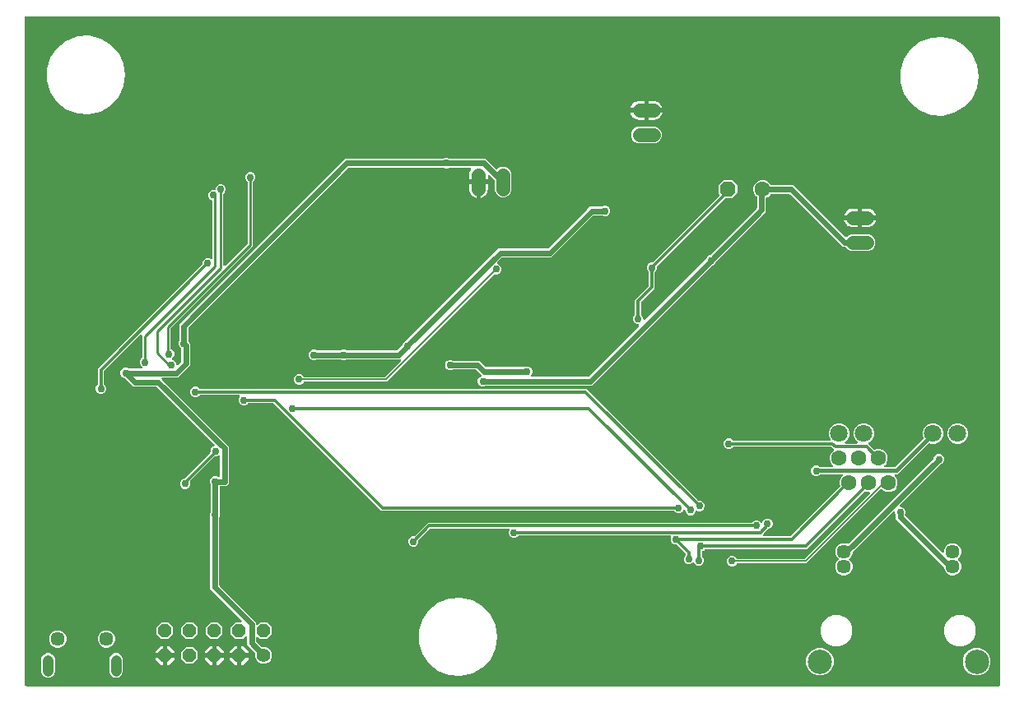
<source format=gbr>
G04 EAGLE Gerber RS-274X export*
G75*
%MOMM*%
%FSLAX34Y34*%
%LPD*%
%INBottom Copper*%
%IPPOS*%
%AMOC8*
5,1,8,0,0,1.08239X$1,22.5*%
G01*
%ADD10P,1.732040X8X202.500000*%
%ADD11C,1.600200*%
%ADD12C,1.422400*%
%ADD13C,1.422400*%
%ADD14P,1.539592X8X202.500000*%
%ADD15C,1.600000*%
%ADD16C,1.450000*%
%ADD17C,1.800000*%
%ADD18C,2.500000*%
%ADD19C,1.108000*%
%ADD20C,0.152400*%
%ADD21C,0.756400*%
%ADD22C,0.254000*%
%ADD23C,0.609600*%
%ADD24C,0.304800*%
%ADD25C,0.406400*%

G36*
X1000091Y-1254D02*
X1000091Y-1254D01*
X1000210Y-1247D01*
X1000248Y-1234D01*
X1000288Y-1229D01*
X1000399Y-1186D01*
X1000512Y-1149D01*
X1000546Y-1127D01*
X1000584Y-1112D01*
X1000680Y-1043D01*
X1000781Y-979D01*
X1000808Y-949D01*
X1000841Y-926D01*
X1000917Y-834D01*
X1000999Y-747D01*
X1001018Y-712D01*
X1001044Y-681D01*
X1001095Y-573D01*
X1001152Y-469D01*
X1001162Y-429D01*
X1001180Y-393D01*
X1001202Y-276D01*
X1001232Y-161D01*
X1001235Y-101D01*
X1001239Y-81D01*
X1001238Y-60D01*
X1001242Y0D01*
X1001242Y687019D01*
X1001227Y687137D01*
X1001220Y687256D01*
X1001207Y687295D01*
X1001202Y687335D01*
X1001158Y687445D01*
X1001122Y687559D01*
X1001100Y687593D01*
X1001085Y687630D01*
X1001015Y687727D01*
X1000951Y687827D01*
X1000922Y687855D01*
X1000898Y687888D01*
X1000806Y687964D01*
X1000720Y688045D01*
X1000684Y688065D01*
X1000653Y688091D01*
X1000546Y688141D01*
X1000441Y688199D01*
X1000402Y688209D01*
X1000365Y688226D01*
X1000249Y688248D01*
X1000133Y688278D01*
X1000073Y688282D01*
X1000053Y688286D01*
X1000033Y688285D01*
X999973Y688288D01*
X-965Y688288D01*
X-1083Y688274D01*
X-1202Y688266D01*
X-1241Y688254D01*
X-1281Y688249D01*
X-1391Y688205D01*
X-1505Y688168D01*
X-1539Y688146D01*
X-1576Y688132D01*
X-1673Y688062D01*
X-1773Y687998D01*
X-1801Y687968D01*
X-1834Y687945D01*
X-1910Y687853D01*
X-1991Y687766D01*
X-2011Y687731D01*
X-2037Y687700D01*
X-2087Y687592D01*
X-2145Y687488D01*
X-2155Y687449D01*
X-2172Y687412D01*
X-2194Y687295D01*
X-2224Y687180D01*
X-2228Y687120D01*
X-2232Y687100D01*
X-2231Y687079D01*
X-2234Y687019D01*
X-2234Y965D01*
X-2222Y867D01*
X-2219Y768D01*
X-2202Y710D01*
X-2195Y650D01*
X-2158Y558D01*
X-2131Y462D01*
X-2100Y410D01*
X-2078Y354D01*
X-2019Y274D01*
X-1969Y189D01*
X-1903Y113D01*
X-1891Y97D01*
X-1881Y89D01*
X-1863Y68D01*
X-898Y-898D01*
X-819Y-958D01*
X-747Y-1026D01*
X-694Y-1055D01*
X-646Y-1092D01*
X-555Y-1132D01*
X-469Y-1180D01*
X-410Y-1195D01*
X-354Y-1219D01*
X-256Y-1234D01*
X-161Y-1259D01*
X-61Y-1265D01*
X-40Y-1269D01*
X-28Y-1267D01*
X0Y-1269D01*
X999973Y-1269D01*
X1000091Y-1254D01*
G37*
%LPC*%
G36*
X682001Y174805D02*
X682001Y174805D01*
X680051Y175613D01*
X678558Y177105D01*
X677750Y179056D01*
X677750Y179125D01*
X677741Y179194D01*
X677742Y179264D01*
X677721Y179351D01*
X677710Y179440D01*
X677685Y179505D01*
X677668Y179573D01*
X677626Y179653D01*
X677593Y179736D01*
X677552Y179793D01*
X677520Y179854D01*
X677459Y179921D01*
X677406Y179993D01*
X677353Y180038D01*
X677306Y180090D01*
X677231Y180139D01*
X677161Y180196D01*
X677098Y180226D01*
X677040Y180264D01*
X676955Y180294D01*
X676874Y180332D01*
X676805Y180345D01*
X676739Y180368D01*
X676650Y180375D01*
X676561Y180392D01*
X676492Y180387D01*
X676422Y180393D01*
X676334Y180377D01*
X676244Y180372D01*
X676177Y180350D01*
X676109Y180338D01*
X676027Y180301D01*
X675941Y180274D01*
X675882Y180236D01*
X675819Y180208D01*
X675749Y180152D01*
X675673Y180104D01*
X675625Y180053D01*
X675570Y180009D01*
X675516Y179938D01*
X675455Y179872D01*
X675421Y179811D01*
X675379Y179755D01*
X675308Y179611D01*
X675186Y179315D01*
X673693Y177822D01*
X671743Y177014D01*
X669631Y177014D01*
X667681Y177822D01*
X666603Y178901D01*
X666524Y178961D01*
X666452Y179029D01*
X666399Y179059D01*
X666351Y179096D01*
X666260Y179135D01*
X666174Y179183D01*
X666115Y179198D01*
X666059Y179222D01*
X665962Y179238D01*
X665866Y179262D01*
X665766Y179269D01*
X665745Y179272D01*
X665733Y179271D01*
X665705Y179272D01*
X365056Y179272D01*
X254430Y289899D01*
X254351Y289959D01*
X254279Y290027D01*
X254226Y290056D01*
X254178Y290094D01*
X254087Y290133D01*
X254001Y290181D01*
X253942Y290196D01*
X253887Y290220D01*
X253789Y290236D01*
X253693Y290260D01*
X253593Y290267D01*
X253573Y290270D01*
X253560Y290269D01*
X253532Y290270D01*
X228400Y290270D01*
X228302Y290258D01*
X228203Y290255D01*
X228145Y290238D01*
X228085Y290231D01*
X227993Y290194D01*
X227898Y290167D01*
X227845Y290136D01*
X227789Y290114D01*
X227709Y290055D01*
X227624Y290005D01*
X227548Y289939D01*
X227532Y289927D01*
X227524Y289917D01*
X227503Y289899D01*
X226424Y288820D01*
X224474Y288012D01*
X222363Y288012D01*
X220412Y288820D01*
X218920Y290313D01*
X218112Y292264D01*
X218112Y294375D01*
X218920Y296325D01*
X219131Y296536D01*
X219216Y296646D01*
X219305Y296753D01*
X219313Y296772D01*
X219326Y296788D01*
X219381Y296915D01*
X219440Y297041D01*
X219444Y297061D01*
X219452Y297080D01*
X219474Y297217D01*
X219500Y297354D01*
X219499Y297374D01*
X219502Y297394D01*
X219489Y297532D01*
X219480Y297671D01*
X219474Y297690D01*
X219472Y297710D01*
X219425Y297842D01*
X219382Y297973D01*
X219371Y297990D01*
X219365Y298010D01*
X219286Y298125D01*
X219212Y298242D01*
X219197Y298256D01*
X219186Y298273D01*
X219082Y298365D01*
X218980Y298460D01*
X218963Y298470D01*
X218948Y298483D01*
X218823Y298547D01*
X218702Y298614D01*
X218682Y298619D01*
X218664Y298628D01*
X218528Y298658D01*
X218394Y298693D01*
X218366Y298695D01*
X218354Y298698D01*
X218334Y298697D01*
X218233Y298703D01*
X178718Y298703D01*
X178620Y298691D01*
X178521Y298688D01*
X178462Y298671D01*
X178402Y298663D01*
X178310Y298627D01*
X178215Y298599D01*
X178163Y298569D01*
X178107Y298546D01*
X178027Y298488D01*
X177941Y298438D01*
X177866Y298372D01*
X177849Y298360D01*
X177842Y298350D01*
X177820Y298332D01*
X176742Y297253D01*
X174792Y296445D01*
X172680Y296445D01*
X170730Y297253D01*
X169237Y298746D01*
X168429Y300696D01*
X168429Y302808D01*
X169237Y304758D01*
X170730Y306251D01*
X172680Y307059D01*
X174792Y307059D01*
X176742Y306251D01*
X177820Y305172D01*
X177899Y305112D01*
X177971Y305044D01*
X178024Y305015D01*
X178072Y304978D01*
X178163Y304938D01*
X178249Y304890D01*
X178308Y304875D01*
X178364Y304851D01*
X178461Y304836D01*
X178557Y304811D01*
X178657Y304805D01*
X178678Y304801D01*
X178690Y304803D01*
X178718Y304801D01*
X575989Y304801D01*
X690631Y190159D01*
X690709Y190098D01*
X690781Y190030D01*
X690834Y190001D01*
X690882Y189964D01*
X690973Y189924D01*
X691060Y189877D01*
X691118Y189862D01*
X691174Y189837D01*
X691272Y189822D01*
X691367Y189797D01*
X691468Y189791D01*
X691488Y189788D01*
X691500Y189789D01*
X691528Y189787D01*
X693053Y189787D01*
X695004Y188979D01*
X696496Y187486D01*
X697304Y185536D01*
X697304Y183425D01*
X696496Y181474D01*
X695004Y179981D01*
X693053Y179173D01*
X690942Y179173D01*
X689955Y179582D01*
X689841Y179614D01*
X689728Y179652D01*
X689688Y179655D01*
X689649Y179666D01*
X689530Y179668D01*
X689411Y179677D01*
X689371Y179670D01*
X689331Y179671D01*
X689215Y179643D01*
X689098Y179623D01*
X689061Y179606D01*
X689021Y179597D01*
X688916Y179541D01*
X688808Y179492D01*
X688776Y179467D01*
X688740Y179448D01*
X688652Y179368D01*
X688559Y179294D01*
X688535Y179262D01*
X688505Y179234D01*
X688440Y179135D01*
X688368Y179040D01*
X688341Y178986D01*
X688330Y178969D01*
X688324Y178949D01*
X688297Y178895D01*
X687556Y177105D01*
X686063Y175613D01*
X684112Y174805D01*
X682001Y174805D01*
G37*
%LPD*%
%LPC*%
G36*
X242122Y21843D02*
X242122Y21843D01*
X238948Y23158D01*
X236518Y25588D01*
X235203Y28762D01*
X235203Y32124D01*
X235191Y32222D01*
X235188Y32321D01*
X235171Y32380D01*
X235163Y32440D01*
X235127Y32532D01*
X235099Y32627D01*
X235069Y32679D01*
X235046Y32735D01*
X234988Y32815D01*
X234938Y32901D01*
X234872Y32976D01*
X234860Y32993D01*
X234850Y33001D01*
X234832Y33022D01*
X226821Y41032D01*
X226821Y48983D01*
X226804Y49120D01*
X226791Y49259D01*
X226784Y49278D01*
X226781Y49298D01*
X226730Y49427D01*
X226683Y49559D01*
X226672Y49575D01*
X226664Y49594D01*
X226583Y49707D01*
X226505Y49822D01*
X226489Y49835D01*
X226478Y49851D01*
X226370Y49940D01*
X226266Y50032D01*
X226248Y50041D01*
X226233Y50054D01*
X226107Y50114D01*
X225983Y50177D01*
X225963Y50181D01*
X225945Y50190D01*
X225809Y50216D01*
X225673Y50246D01*
X225652Y50246D01*
X225633Y50250D01*
X225494Y50241D01*
X225355Y50237D01*
X225335Y50231D01*
X225315Y50230D01*
X225183Y50187D01*
X225049Y50148D01*
X225032Y50138D01*
X225013Y50132D01*
X224895Y50057D01*
X224775Y49987D01*
X224754Y49968D01*
X224744Y49962D01*
X224730Y49947D01*
X224655Y49880D01*
X222017Y47243D01*
X214863Y47243D01*
X209803Y52303D01*
X209803Y59457D01*
X214863Y64517D01*
X220084Y64517D01*
X220222Y64534D01*
X220361Y64547D01*
X220380Y64554D01*
X220400Y64557D01*
X220529Y64608D01*
X220660Y64655D01*
X220677Y64666D01*
X220695Y64674D01*
X220808Y64755D01*
X220923Y64833D01*
X220936Y64849D01*
X220953Y64860D01*
X221041Y64968D01*
X221133Y65072D01*
X221143Y65090D01*
X221156Y65105D01*
X221215Y65231D01*
X221278Y65355D01*
X221283Y65375D01*
X221291Y65393D01*
X221317Y65529D01*
X221348Y65665D01*
X221347Y65686D01*
X221351Y65705D01*
X221342Y65844D01*
X221338Y65983D01*
X221332Y66003D01*
X221331Y66023D01*
X221288Y66155D01*
X221250Y66289D01*
X221239Y66306D01*
X221233Y66325D01*
X221159Y66443D01*
X221088Y66563D01*
X221070Y66584D01*
X221063Y66594D01*
X221048Y66608D01*
X220982Y66683D01*
X188975Y98690D01*
X188975Y171926D01*
X188974Y171935D01*
X188975Y171944D01*
X188954Y172093D01*
X188935Y172241D01*
X188932Y172250D01*
X188931Y172259D01*
X188879Y172412D01*
X188241Y173950D01*
X188241Y176062D01*
X189049Y178012D01*
X189111Y178074D01*
X189172Y178153D01*
X189240Y178225D01*
X189262Y178265D01*
X189278Y178284D01*
X189284Y178296D01*
X189306Y178326D01*
X189346Y178416D01*
X189394Y178503D01*
X189409Y178561D01*
X189413Y178571D01*
X189414Y178573D01*
X189433Y178617D01*
X189448Y178715D01*
X189473Y178811D01*
X189479Y178911D01*
X189483Y178932D01*
X189481Y178944D01*
X189483Y178972D01*
X189483Y206470D01*
X189482Y206479D01*
X189483Y206488D01*
X189462Y206637D01*
X189443Y206785D01*
X189440Y206794D01*
X189439Y206803D01*
X189387Y206956D01*
X188749Y208494D01*
X188749Y210606D01*
X189557Y212556D01*
X191050Y214049D01*
X193000Y214857D01*
X195112Y214857D01*
X196650Y214219D01*
X196659Y214217D01*
X196667Y214212D01*
X196813Y214175D01*
X196957Y214135D01*
X196966Y214135D01*
X196975Y214133D01*
X197136Y214123D01*
X197866Y214123D01*
X197984Y214138D01*
X198103Y214145D01*
X198141Y214158D01*
X198182Y214163D01*
X198292Y214206D01*
X198405Y214243D01*
X198440Y214265D01*
X198477Y214280D01*
X198573Y214349D01*
X198674Y214413D01*
X198702Y214443D01*
X198735Y214466D01*
X198811Y214558D01*
X198892Y214645D01*
X198912Y214680D01*
X198937Y214711D01*
X198988Y214819D01*
X199046Y214923D01*
X199056Y214963D01*
X199073Y214999D01*
X199095Y215116D01*
X199125Y215231D01*
X199129Y215291D01*
X199133Y215311D01*
X199131Y215332D01*
X199135Y215392D01*
X199135Y235147D01*
X199129Y235197D01*
X199131Y235246D01*
X199109Y235354D01*
X199095Y235463D01*
X199077Y235509D01*
X199067Y235558D01*
X199019Y235656D01*
X198978Y235758D01*
X198949Y235799D01*
X198927Y235843D01*
X198856Y235927D01*
X198792Y236016D01*
X198753Y236047D01*
X198721Y236085D01*
X198631Y236148D01*
X198547Y236219D01*
X198502Y236240D01*
X198461Y236268D01*
X198358Y236307D01*
X198259Y236354D01*
X198210Y236363D01*
X198164Y236381D01*
X198054Y236393D01*
X197947Y236414D01*
X197897Y236411D01*
X197848Y236416D01*
X197739Y236401D01*
X197629Y236394D01*
X197582Y236379D01*
X197533Y236372D01*
X197380Y236320D01*
X195366Y235485D01*
X193481Y235485D01*
X193383Y235473D01*
X193284Y235470D01*
X193226Y235453D01*
X193166Y235445D01*
X193074Y235409D01*
X192979Y235381D01*
X192926Y235351D01*
X192870Y235328D01*
X192790Y235270D01*
X192705Y235220D01*
X192629Y235154D01*
X192613Y235142D01*
X192605Y235132D01*
X192584Y235114D01*
X168217Y210747D01*
X168199Y210724D01*
X168177Y210705D01*
X168102Y210599D01*
X168022Y210496D01*
X168011Y210469D01*
X167994Y210444D01*
X167948Y210323D01*
X167896Y210204D01*
X167891Y210175D01*
X167881Y210147D01*
X167867Y210018D01*
X167846Y209890D01*
X167849Y209860D01*
X167846Y209831D01*
X167864Y209703D01*
X167876Y209573D01*
X167886Y209545D01*
X167890Y209516D01*
X167942Y209364D01*
X168375Y208320D01*
X168375Y206208D01*
X167567Y204258D01*
X166074Y202765D01*
X164124Y201957D01*
X162012Y201957D01*
X160062Y202765D01*
X158569Y204258D01*
X157761Y206208D01*
X157761Y208320D01*
X158569Y210270D01*
X160062Y211763D01*
X161991Y212562D01*
X161999Y212566D01*
X162008Y212569D01*
X162136Y212645D01*
X162267Y212719D01*
X162274Y212726D01*
X162282Y212730D01*
X162403Y212837D01*
X188632Y239066D01*
X188692Y239144D01*
X188760Y239216D01*
X188789Y239269D01*
X188826Y239317D01*
X188866Y239408D01*
X188914Y239495D01*
X188929Y239553D01*
X188953Y239609D01*
X188968Y239707D01*
X188993Y239803D01*
X188999Y239903D01*
X189003Y239923D01*
X189001Y239935D01*
X189003Y239963D01*
X189003Y241848D01*
X189811Y243798D01*
X191304Y245291D01*
X192542Y245804D01*
X192585Y245828D01*
X192632Y245845D01*
X192723Y245907D01*
X192818Y245961D01*
X192854Y245996D01*
X192895Y246024D01*
X192968Y246106D01*
X193046Y246182D01*
X193072Y246225D01*
X193105Y246262D01*
X193155Y246360D01*
X193213Y246453D01*
X193227Y246501D01*
X193250Y246545D01*
X193274Y246652D01*
X193306Y246757D01*
X193309Y246807D01*
X193320Y246856D01*
X193316Y246965D01*
X193321Y247075D01*
X193311Y247124D01*
X193310Y247173D01*
X193279Y247279D01*
X193257Y247387D01*
X193235Y247431D01*
X193221Y247479D01*
X193166Y247573D01*
X193117Y247672D01*
X193085Y247710D01*
X193060Y247753D01*
X192954Y247874D01*
X134114Y306714D01*
X134035Y306774D01*
X133963Y306842D01*
X133910Y306871D01*
X133862Y306908D01*
X133771Y306948D01*
X133685Y306996D01*
X133626Y307011D01*
X133571Y307035D01*
X133473Y307050D01*
X133377Y307075D01*
X133277Y307081D01*
X133256Y307085D01*
X133244Y307083D01*
X133216Y307085D01*
X109790Y307085D01*
X100926Y315949D01*
X100918Y315955D01*
X100912Y315962D01*
X100793Y316052D01*
X100674Y316144D01*
X100666Y316148D01*
X100658Y316154D01*
X100514Y316225D01*
X98975Y316862D01*
X97482Y318355D01*
X96674Y320305D01*
X96674Y322416D01*
X97482Y324367D01*
X98975Y325860D01*
X100925Y326668D01*
X103037Y326668D01*
X104575Y326030D01*
X104584Y326028D01*
X104592Y326023D01*
X104738Y325986D01*
X104882Y325946D01*
X104891Y325946D01*
X104900Y325944D01*
X105061Y325934D01*
X117675Y325934D01*
X117813Y325951D01*
X117951Y325964D01*
X117970Y325971D01*
X117990Y325973D01*
X118119Y326024D01*
X118250Y326072D01*
X118267Y326083D01*
X118286Y326090D01*
X118398Y326172D01*
X118514Y326250D01*
X118527Y326265D01*
X118543Y326277D01*
X118632Y326385D01*
X118724Y326489D01*
X118733Y326507D01*
X118746Y326522D01*
X118805Y326648D01*
X118869Y326772D01*
X118873Y326792D01*
X118882Y326810D01*
X118908Y326946D01*
X118938Y327082D01*
X118938Y327102D01*
X118941Y327122D01*
X118933Y327261D01*
X118929Y327400D01*
X118923Y327420D01*
X118922Y327440D01*
X118879Y327572D01*
X118840Y327706D01*
X118830Y327723D01*
X118824Y327742D01*
X118749Y327860D01*
X118679Y327979D01*
X118660Y328000D01*
X118654Y328011D01*
X118639Y328025D01*
X118572Y328100D01*
X117269Y329404D01*
X116461Y331354D01*
X116461Y333465D01*
X117269Y335416D01*
X118601Y336748D01*
X118662Y336826D01*
X118730Y336899D01*
X118759Y336952D01*
X118796Y336999D01*
X118835Y337090D01*
X118883Y337177D01*
X118898Y337236D01*
X118922Y337291D01*
X118938Y337389D01*
X118963Y337485D01*
X118969Y337585D01*
X118972Y337605D01*
X118971Y337618D01*
X118973Y337646D01*
X118973Y359603D01*
X118955Y359740D01*
X118942Y359879D01*
X118936Y359898D01*
X118933Y359918D01*
X118882Y360047D01*
X118835Y360178D01*
X118823Y360195D01*
X118816Y360214D01*
X118735Y360326D01*
X118656Y360441D01*
X118641Y360455D01*
X118629Y360471D01*
X118522Y360560D01*
X118418Y360652D01*
X118400Y360661D01*
X118384Y360674D01*
X118259Y360733D01*
X118135Y360797D01*
X118115Y360801D01*
X118096Y360810D01*
X117960Y360836D01*
X117824Y360866D01*
X117804Y360866D01*
X117784Y360869D01*
X117646Y360861D01*
X117506Y360857D01*
X117487Y360851D01*
X117467Y360850D01*
X117335Y360807D01*
X117201Y360768D01*
X117183Y360758D01*
X117164Y360752D01*
X117047Y360677D01*
X116927Y360607D01*
X116906Y360588D01*
X116895Y360581D01*
X116881Y360567D01*
X116806Y360500D01*
X79925Y323619D01*
X79865Y323541D01*
X79797Y323469D01*
X79767Y323416D01*
X79730Y323368D01*
X79691Y323277D01*
X79643Y323190D01*
X79628Y323132D01*
X79604Y323076D01*
X79588Y322978D01*
X79564Y322882D01*
X79557Y322782D01*
X79554Y322762D01*
X79555Y322750D01*
X79554Y322722D01*
X79554Y309960D01*
X79566Y309861D01*
X79569Y309762D01*
X79586Y309704D01*
X79593Y309644D01*
X79630Y309552D01*
X79657Y309457D01*
X79688Y309405D01*
X79710Y309348D01*
X79769Y309268D01*
X79819Y309183D01*
X79885Y309108D01*
X79897Y309091D01*
X79907Y309083D01*
X79925Y309062D01*
X81004Y307984D01*
X81812Y306033D01*
X81812Y303922D01*
X81004Y301972D01*
X79511Y300479D01*
X77560Y299671D01*
X75449Y299671D01*
X73499Y300479D01*
X72006Y301972D01*
X71198Y303922D01*
X71198Y306033D01*
X72006Y307984D01*
X73084Y309062D01*
X73145Y309140D01*
X73213Y309213D01*
X73242Y309266D01*
X73279Y309313D01*
X73319Y309404D01*
X73366Y309491D01*
X73381Y309550D01*
X73406Y309605D01*
X73421Y309703D01*
X73446Y309799D01*
X73452Y309899D01*
X73455Y309919D01*
X73454Y309932D01*
X73456Y309960D01*
X73456Y325773D01*
X180656Y432973D01*
X180717Y433051D01*
X180784Y433123D01*
X180814Y433176D01*
X180851Y433224D01*
X180890Y433315D01*
X180938Y433402D01*
X180953Y433461D01*
X180977Y433516D01*
X180993Y433614D01*
X181017Y433710D01*
X181024Y433810D01*
X181027Y433830D01*
X181026Y433843D01*
X181028Y433871D01*
X181028Y435396D01*
X181836Y437346D01*
X183328Y438839D01*
X185279Y439647D01*
X187390Y439647D01*
X189354Y438833D01*
X189402Y438820D01*
X189447Y438799D01*
X189555Y438778D01*
X189661Y438749D01*
X189710Y438749D01*
X189759Y438739D01*
X189869Y438746D01*
X189979Y438744D01*
X190027Y438756D01*
X190077Y438759D01*
X190181Y438793D01*
X190288Y438818D01*
X190332Y438842D01*
X190379Y438857D01*
X190472Y438916D01*
X190569Y438967D01*
X190606Y439001D01*
X190648Y439027D01*
X190723Y439107D01*
X190804Y439181D01*
X190832Y439223D01*
X190866Y439259D01*
X190919Y439355D01*
X190979Y439447D01*
X190995Y439494D01*
X191019Y439537D01*
X191047Y439644D01*
X191082Y439748D01*
X191086Y439797D01*
X191099Y439845D01*
X191109Y440006D01*
X191109Y498231D01*
X191105Y498260D01*
X191107Y498290D01*
X191085Y498418D01*
X191069Y498547D01*
X191058Y498574D01*
X191053Y498603D01*
X191000Y498722D01*
X190952Y498842D01*
X190935Y498866D01*
X190923Y498893D01*
X190841Y498995D01*
X190765Y499100D01*
X190742Y499118D01*
X190724Y499141D01*
X190620Y499220D01*
X190520Y499302D01*
X190493Y499315D01*
X190470Y499333D01*
X190325Y499404D01*
X189018Y499945D01*
X187525Y501438D01*
X186717Y503388D01*
X186717Y505500D01*
X187525Y507450D01*
X189018Y508943D01*
X190968Y509751D01*
X193068Y509751D01*
X193186Y509766D01*
X193305Y509773D01*
X193343Y509786D01*
X193384Y509791D01*
X193494Y509834D01*
X193607Y509871D01*
X193642Y509893D01*
X193679Y509908D01*
X193775Y509977D01*
X193876Y510041D01*
X193904Y510071D01*
X193937Y510094D01*
X194013Y510186D01*
X194094Y510273D01*
X194114Y510308D01*
X194139Y510339D01*
X194190Y510447D01*
X194248Y510551D01*
X194258Y510591D01*
X194275Y510627D01*
X194297Y510744D01*
X194327Y510859D01*
X194331Y510919D01*
X194335Y510939D01*
X194333Y510960D01*
X194337Y511020D01*
X194337Y511596D01*
X195145Y513546D01*
X196638Y515039D01*
X198588Y515847D01*
X200700Y515847D01*
X202650Y515039D01*
X204143Y513546D01*
X204951Y511596D01*
X204951Y509484D01*
X204143Y507534D01*
X202810Y506202D01*
X202750Y506123D01*
X202682Y506051D01*
X202653Y505998D01*
X202616Y505950D01*
X202576Y505859D01*
X202528Y505773D01*
X202513Y505714D01*
X202489Y505658D01*
X202474Y505561D01*
X202449Y505465D01*
X202443Y505365D01*
X202439Y505344D01*
X202441Y505332D01*
X202439Y505304D01*
X202439Y432721D01*
X202456Y432584D01*
X202469Y432445D01*
X202476Y432426D01*
X202479Y432406D01*
X202530Y432277D01*
X202577Y432146D01*
X202588Y432129D01*
X202596Y432110D01*
X202677Y431998D01*
X202755Y431883D01*
X202771Y431869D01*
X202782Y431853D01*
X202890Y431764D01*
X202994Y431672D01*
X203012Y431663D01*
X203027Y431650D01*
X203153Y431591D01*
X203277Y431527D01*
X203297Y431523D01*
X203315Y431514D01*
X203451Y431488D01*
X203587Y431458D01*
X203608Y431458D01*
X203627Y431455D01*
X203766Y431463D01*
X203905Y431467D01*
X203925Y431473D01*
X203945Y431474D01*
X204077Y431517D01*
X204211Y431556D01*
X204228Y431566D01*
X204247Y431572D01*
X204365Y431647D01*
X204485Y431717D01*
X204506Y431736D01*
X204516Y431743D01*
X204530Y431757D01*
X204605Y431824D01*
X226958Y454176D01*
X227018Y454254D01*
X227086Y454326D01*
X227115Y454379D01*
X227152Y454427D01*
X227192Y454518D01*
X227240Y454605D01*
X227255Y454663D01*
X227279Y454719D01*
X227294Y454817D01*
X227319Y454913D01*
X227325Y455013D01*
X227329Y455033D01*
X227327Y455045D01*
X227329Y455073D01*
X227329Y517496D01*
X227317Y517594D01*
X227314Y517693D01*
X227297Y517752D01*
X227289Y517812D01*
X227253Y517904D01*
X227225Y517999D01*
X227195Y518051D01*
X227172Y518107D01*
X227114Y518187D01*
X227064Y518273D01*
X226998Y518348D01*
X226986Y518365D01*
X226976Y518372D01*
X226958Y518394D01*
X225625Y519726D01*
X224817Y521676D01*
X224817Y523788D01*
X225625Y525738D01*
X227118Y527231D01*
X229068Y528039D01*
X231180Y528039D01*
X233130Y527231D01*
X234623Y525738D01*
X235431Y523788D01*
X235431Y521676D01*
X234623Y519726D01*
X233290Y518394D01*
X233230Y518315D01*
X233162Y518243D01*
X233133Y518190D01*
X233096Y518142D01*
X233056Y518051D01*
X233008Y517965D01*
X232993Y517906D01*
X232969Y517850D01*
X232954Y517753D01*
X232929Y517657D01*
X232923Y517557D01*
X232919Y517536D01*
X232921Y517524D01*
X232919Y517496D01*
X232919Y452232D01*
X148226Y367540D01*
X148165Y367461D01*
X148097Y367389D01*
X148068Y367336D01*
X148031Y367288D01*
X147992Y367197D01*
X147944Y367111D01*
X147929Y367052D01*
X147905Y366996D01*
X147889Y366898D01*
X147864Y366803D01*
X147858Y366703D01*
X147855Y366682D01*
X147856Y366670D01*
X147854Y366642D01*
X147854Y346881D01*
X147858Y346852D01*
X147855Y346822D01*
X147878Y346694D01*
X147894Y346566D01*
X147905Y346538D01*
X147910Y346509D01*
X147963Y346390D01*
X148011Y346270D01*
X148028Y346246D01*
X148040Y346219D01*
X148122Y346118D01*
X148198Y346013D01*
X148221Y345994D01*
X148239Y345971D01*
X148343Y345893D01*
X148443Y345810D01*
X148470Y345797D01*
X148493Y345779D01*
X148638Y345708D01*
X149462Y345367D01*
X150955Y343874D01*
X151763Y341924D01*
X151763Y339812D01*
X150955Y337862D01*
X149878Y336785D01*
X149848Y336746D01*
X149811Y336712D01*
X149751Y336621D01*
X149683Y336534D01*
X149664Y336488D01*
X149636Y336447D01*
X149601Y336343D01*
X149557Y336242D01*
X149549Y336193D01*
X149533Y336146D01*
X149525Y336037D01*
X149507Y335928D01*
X149512Y335878D01*
X149508Y335829D01*
X149527Y335721D01*
X149537Y335611D01*
X149554Y335565D01*
X149562Y335516D01*
X149608Y335415D01*
X149645Y335312D01*
X149673Y335271D01*
X149693Y335226D01*
X149762Y335140D01*
X149823Y335049D01*
X149861Y335016D01*
X149892Y334977D01*
X149979Y334911D01*
X150062Y334838D01*
X150106Y334816D01*
X150146Y334786D01*
X150290Y334715D01*
X151494Y334216D01*
X152987Y332723D01*
X153795Y330773D01*
X153795Y330484D01*
X153813Y330346D01*
X153826Y330207D01*
X153832Y330188D01*
X153835Y330168D01*
X153886Y330039D01*
X153933Y329908D01*
X153945Y329891D01*
X153952Y329872D01*
X154034Y329760D01*
X154112Y329645D01*
X154127Y329631D01*
X154139Y329615D01*
X154246Y329526D01*
X154350Y329434D01*
X154368Y329425D01*
X154384Y329412D01*
X154509Y329353D01*
X154633Y329290D01*
X154653Y329285D01*
X154672Y329277D01*
X154808Y329251D01*
X154944Y329220D01*
X154964Y329221D01*
X154984Y329217D01*
X155122Y329225D01*
X155262Y329230D01*
X155281Y329235D01*
X155301Y329237D01*
X155433Y329279D01*
X155567Y329318D01*
X155585Y329328D01*
X155604Y329335D01*
X155721Y329409D01*
X155841Y329480D01*
X155862Y329498D01*
X155873Y329505D01*
X155887Y329520D01*
X155962Y329586D01*
X158682Y332306D01*
X158743Y332385D01*
X158811Y332457D01*
X158840Y332510D01*
X158877Y332558D01*
X158917Y332649D01*
X158964Y332735D01*
X158980Y332794D01*
X159004Y332850D01*
X159019Y332948D01*
X159044Y333043D01*
X159050Y333143D01*
X159053Y333164D01*
X159052Y333176D01*
X159054Y333204D01*
X159054Y346427D01*
X159042Y346525D01*
X159039Y346624D01*
X159022Y346683D01*
X159014Y346743D01*
X158978Y346835D01*
X158950Y346930D01*
X158920Y346982D01*
X158897Y347038D01*
X158839Y347119D01*
X158789Y347204D01*
X158722Y347279D01*
X158710Y347296D01*
X158701Y347303D01*
X158682Y347325D01*
X157147Y348860D01*
X156339Y350811D01*
X156339Y352922D01*
X156976Y354461D01*
X156979Y354470D01*
X156983Y354478D01*
X157021Y354623D01*
X157060Y354767D01*
X157060Y354777D01*
X157063Y354786D01*
X157073Y354946D01*
X157073Y371566D01*
X327544Y542037D01*
X428720Y542037D01*
X428729Y542038D01*
X428738Y542037D01*
X428887Y542058D01*
X429035Y542077D01*
X429044Y542080D01*
X429053Y542081D01*
X429206Y542133D01*
X430744Y542771D01*
X432856Y542771D01*
X434394Y542133D01*
X434403Y542131D01*
X434411Y542126D01*
X434557Y542089D01*
X434701Y542049D01*
X434710Y542049D01*
X434719Y542047D01*
X434880Y542037D01*
X472048Y542037D01*
X475098Y538987D01*
X475098Y538986D01*
X482512Y531573D01*
X482606Y531500D01*
X482695Y531421D01*
X482731Y531403D01*
X482763Y531378D01*
X482872Y531331D01*
X482978Y531277D01*
X483018Y531268D01*
X483055Y531252D01*
X483173Y531233D01*
X483289Y531207D01*
X483329Y531208D01*
X483369Y531202D01*
X483488Y531213D01*
X483607Y531217D01*
X483645Y531228D01*
X483686Y531232D01*
X483798Y531272D01*
X483912Y531305D01*
X483947Y531326D01*
X483985Y531339D01*
X484083Y531406D01*
X484186Y531467D01*
X484231Y531506D01*
X484248Y531518D01*
X484262Y531533D01*
X484307Y531573D01*
X485328Y532594D01*
X488502Y533909D01*
X491938Y533909D01*
X495112Y532594D01*
X497542Y530164D01*
X498857Y526990D01*
X498857Y509330D01*
X497542Y506156D01*
X495112Y503726D01*
X491938Y502411D01*
X488502Y502411D01*
X485328Y503726D01*
X482898Y506156D01*
X481583Y509330D01*
X481583Y519042D01*
X481571Y519140D01*
X481568Y519239D01*
X481551Y519298D01*
X481543Y519358D01*
X481507Y519450D01*
X481479Y519545D01*
X481449Y519597D01*
X481426Y519653D01*
X481368Y519733D01*
X481318Y519819D01*
X481252Y519894D01*
X481240Y519911D01*
X481230Y519919D01*
X481212Y519940D01*
X476639Y524512D01*
X476530Y524597D01*
X476423Y524686D01*
X476404Y524694D01*
X476388Y524707D01*
X476260Y524762D01*
X476135Y524821D01*
X476115Y524825D01*
X476096Y524833D01*
X475958Y524855D01*
X475822Y524881D01*
X475802Y524880D01*
X475782Y524883D01*
X475643Y524870D01*
X475505Y524861D01*
X475486Y524855D01*
X475466Y524853D01*
X475334Y524806D01*
X475203Y524763D01*
X475185Y524752D01*
X475166Y524745D01*
X475051Y524667D01*
X474934Y524593D01*
X474920Y524578D01*
X474903Y524567D01*
X474811Y524463D01*
X474716Y524361D01*
X474706Y524344D01*
X474693Y524328D01*
X474629Y524205D01*
X474562Y524083D01*
X474557Y524063D01*
X474548Y524045D01*
X474518Y523909D01*
X474483Y523775D01*
X474481Y523747D01*
X474478Y523735D01*
X474479Y523714D01*
X474473Y523614D01*
X474473Y520445D01*
X465836Y520445D01*
X465718Y520430D01*
X465599Y520423D01*
X465561Y520410D01*
X465521Y520405D01*
X465410Y520362D01*
X465297Y520325D01*
X465263Y520303D01*
X465225Y520288D01*
X465129Y520219D01*
X465028Y520155D01*
X465000Y520125D01*
X464968Y520102D01*
X464892Y520010D01*
X464817Y519930D01*
X464783Y519984D01*
X464753Y520012D01*
X464729Y520045D01*
X464638Y520121D01*
X464551Y520202D01*
X464516Y520222D01*
X464484Y520247D01*
X464377Y520298D01*
X464272Y520356D01*
X464233Y520366D01*
X464197Y520383D01*
X464080Y520405D01*
X463964Y520435D01*
X463904Y520439D01*
X463884Y520443D01*
X463864Y520441D01*
X463804Y520445D01*
X455167Y520445D01*
X455167Y526032D01*
X455405Y527532D01*
X455874Y528977D01*
X456564Y530331D01*
X456960Y530876D01*
X456979Y530911D01*
X457005Y530941D01*
X457056Y531050D01*
X457113Y531155D01*
X457123Y531193D01*
X457140Y531229D01*
X457163Y531346D01*
X457192Y531463D01*
X457192Y531503D01*
X457200Y531542D01*
X457193Y531661D01*
X457193Y531781D01*
X457183Y531819D01*
X457180Y531859D01*
X457143Y531973D01*
X457114Y532089D01*
X457094Y532124D01*
X457082Y532161D01*
X457018Y532263D01*
X456961Y532367D01*
X456933Y532396D01*
X456912Y532430D01*
X456825Y532512D01*
X456743Y532599D01*
X456709Y532621D01*
X456680Y532648D01*
X456576Y532706D01*
X456475Y532770D01*
X456437Y532782D01*
X456402Y532802D01*
X456286Y532831D01*
X456172Y532869D01*
X456132Y532871D01*
X456094Y532881D01*
X455933Y532891D01*
X434880Y532891D01*
X434871Y532890D01*
X434862Y532891D01*
X434713Y532870D01*
X434565Y532851D01*
X434556Y532848D01*
X434547Y532847D01*
X434394Y532795D01*
X432856Y532157D01*
X430744Y532157D01*
X429206Y532795D01*
X429197Y532797D01*
X429189Y532802D01*
X429043Y532839D01*
X428899Y532879D01*
X428890Y532879D01*
X428881Y532881D01*
X428720Y532891D01*
X331858Y532891D01*
X331760Y532879D01*
X331661Y532876D01*
X331602Y532859D01*
X331542Y532851D01*
X331450Y532815D01*
X331355Y532787D01*
X331303Y532757D01*
X331247Y532734D01*
X331167Y532676D01*
X331081Y532626D01*
X331006Y532560D01*
X330989Y532548D01*
X330981Y532538D01*
X330960Y532520D01*
X166590Y368149D01*
X166529Y368071D01*
X166462Y367999D01*
X166432Y367946D01*
X166395Y367898D01*
X166356Y367807D01*
X166308Y367720D01*
X166293Y367662D01*
X166269Y367606D01*
X166253Y367508D01*
X166229Y367412D01*
X166222Y367312D01*
X166219Y367292D01*
X166220Y367280D01*
X166218Y367252D01*
X166218Y354946D01*
X166219Y354937D01*
X166218Y354928D01*
X166239Y354780D01*
X166258Y354631D01*
X166262Y354622D01*
X166263Y354613D01*
X166315Y354461D01*
X166782Y353333D01*
X166786Y353325D01*
X166789Y353316D01*
X166865Y353187D01*
X166939Y353057D01*
X166946Y353050D01*
X166951Y353042D01*
X167057Y352922D01*
X167092Y352886D01*
X167096Y352853D01*
X167133Y352761D01*
X167160Y352666D01*
X167191Y352614D01*
X167213Y352557D01*
X167272Y352477D01*
X167322Y352392D01*
X167388Y352316D01*
X167400Y352300D01*
X167410Y352292D01*
X167428Y352271D01*
X168200Y351500D01*
X168200Y328890D01*
X165149Y325840D01*
X159148Y319838D01*
X156097Y316788D01*
X140037Y316788D01*
X139899Y316771D01*
X139761Y316758D01*
X139742Y316751D01*
X139721Y316748D01*
X139592Y316697D01*
X139461Y316650D01*
X139444Y316639D01*
X139426Y316631D01*
X139313Y316550D01*
X139198Y316471D01*
X139185Y316456D01*
X139168Y316444D01*
X139080Y316337D01*
X138988Y316233D01*
X138979Y316215D01*
X138966Y316199D01*
X138906Y316074D01*
X138843Y315950D01*
X138839Y315930D01*
X138830Y315912D01*
X138804Y315775D01*
X138773Y315639D01*
X138774Y315619D01*
X138770Y315599D01*
X138779Y315461D01*
X138783Y315322D01*
X138789Y315302D01*
X138790Y315282D01*
X138833Y315150D01*
X138872Y315016D01*
X138882Y314999D01*
X138888Y314979D01*
X138963Y314862D01*
X139033Y314742D01*
X139052Y314721D01*
X139058Y314711D01*
X139073Y314697D01*
X139139Y314621D01*
X140580Y313180D01*
X208281Y245480D01*
X208281Y207656D01*
X205602Y204977D01*
X199898Y204977D01*
X199780Y204962D01*
X199661Y204955D01*
X199623Y204942D01*
X199582Y204937D01*
X199472Y204894D01*
X199359Y204857D01*
X199324Y204835D01*
X199287Y204820D01*
X199191Y204751D01*
X199090Y204687D01*
X199062Y204657D01*
X199029Y204634D01*
X198953Y204542D01*
X198872Y204455D01*
X198852Y204420D01*
X198827Y204389D01*
X198776Y204281D01*
X198718Y204177D01*
X198708Y204137D01*
X198691Y204101D01*
X198669Y203984D01*
X198639Y203869D01*
X198635Y203809D01*
X198631Y203789D01*
X198633Y203768D01*
X198629Y203708D01*
X198629Y176860D01*
X198630Y176850D01*
X198629Y176841D01*
X198650Y176692D01*
X198669Y176544D01*
X198672Y176535D01*
X198673Y176526D01*
X198725Y176374D01*
X198855Y176062D01*
X198855Y173950D01*
X198725Y173638D01*
X198723Y173629D01*
X198718Y173621D01*
X198712Y173595D01*
X198684Y173539D01*
X198217Y172412D01*
X198215Y172403D01*
X198210Y172395D01*
X198173Y172250D01*
X198133Y172105D01*
X198133Y172096D01*
X198131Y172087D01*
X198121Y171926D01*
X198121Y103004D01*
X198133Y102906D01*
X198136Y102807D01*
X198153Y102748D01*
X198161Y102688D01*
X198197Y102596D01*
X198225Y102501D01*
X198255Y102449D01*
X198278Y102393D01*
X198336Y102313D01*
X198386Y102227D01*
X198452Y102152D01*
X198464Y102135D01*
X198474Y102127D01*
X198492Y102106D01*
X235967Y64632D01*
X235967Y63285D01*
X235984Y63148D01*
X235997Y63009D01*
X236004Y62990D01*
X236007Y62970D01*
X236058Y62841D01*
X236105Y62709D01*
X236116Y62693D01*
X236124Y62674D01*
X236205Y62561D01*
X236283Y62446D01*
X236299Y62433D01*
X236310Y62417D01*
X236418Y62328D01*
X236522Y62236D01*
X236540Y62227D01*
X236555Y62214D01*
X236681Y62154D01*
X236805Y62091D01*
X236825Y62087D01*
X236843Y62078D01*
X236979Y62052D01*
X237115Y62022D01*
X237136Y62022D01*
X237155Y62018D01*
X237294Y62027D01*
X237433Y62031D01*
X237453Y62037D01*
X237473Y62038D01*
X237605Y62081D01*
X237739Y62120D01*
X237756Y62130D01*
X237775Y62136D01*
X237893Y62211D01*
X238013Y62281D01*
X238034Y62300D01*
X238044Y62306D01*
X238058Y62321D01*
X238133Y62388D01*
X240263Y64517D01*
X247417Y64517D01*
X252477Y59457D01*
X252477Y52303D01*
X247417Y47243D01*
X240263Y47243D01*
X238133Y49372D01*
X238024Y49458D01*
X237917Y49546D01*
X237898Y49555D01*
X237882Y49567D01*
X237754Y49623D01*
X237629Y49682D01*
X237609Y49686D01*
X237590Y49694D01*
X237452Y49716D01*
X237316Y49742D01*
X237296Y49740D01*
X237276Y49744D01*
X237137Y49730D01*
X236999Y49722D01*
X236980Y49716D01*
X236960Y49714D01*
X236828Y49667D01*
X236697Y49624D01*
X236679Y49613D01*
X236660Y49606D01*
X236545Y49528D01*
X236428Y49454D01*
X236414Y49439D01*
X236397Y49428D01*
X236305Y49323D01*
X236210Y49222D01*
X236200Y49204D01*
X236187Y49189D01*
X236123Y49065D01*
X236056Y48944D01*
X236051Y48924D01*
X236042Y48906D01*
X236012Y48770D01*
X235977Y48636D01*
X235975Y48608D01*
X235972Y48596D01*
X235973Y48575D01*
X235967Y48475D01*
X235967Y45346D01*
X235979Y45248D01*
X235982Y45149D01*
X235999Y45090D01*
X236007Y45030D01*
X236043Y44938D01*
X236071Y44843D01*
X236101Y44791D01*
X236124Y44735D01*
X236182Y44655D01*
X236232Y44569D01*
X236298Y44494D01*
X236310Y44477D01*
X236320Y44469D01*
X236338Y44448D01*
X241298Y39488D01*
X241377Y39428D01*
X241449Y39360D01*
X241502Y39331D01*
X241550Y39294D01*
X241641Y39254D01*
X241727Y39206D01*
X241786Y39191D01*
X241841Y39167D01*
X241939Y39152D01*
X242035Y39127D01*
X242135Y39121D01*
X242156Y39117D01*
X242168Y39119D01*
X242196Y39117D01*
X245558Y39117D01*
X248732Y37802D01*
X251162Y35372D01*
X252477Y32198D01*
X252477Y28762D01*
X251162Y25588D01*
X248732Y23158D01*
X245558Y21843D01*
X242122Y21843D01*
G37*
%LPD*%
%LPC*%
G36*
X724495Y122354D02*
X724495Y122354D01*
X722545Y123162D01*
X721052Y124654D01*
X720244Y126605D01*
X720244Y128716D01*
X721052Y130666D01*
X722545Y132159D01*
X724495Y132967D01*
X726607Y132967D01*
X728557Y132159D01*
X730060Y130656D01*
X730117Y130567D01*
X730181Y130454D01*
X730201Y130433D01*
X730217Y130408D01*
X730312Y130319D01*
X730402Y130226D01*
X730427Y130211D01*
X730449Y130190D01*
X730562Y130128D01*
X730673Y130060D01*
X730701Y130051D01*
X730727Y130037D01*
X730853Y130004D01*
X730977Y129966D01*
X731007Y129965D01*
X731035Y129957D01*
X731196Y129947D01*
X799795Y129947D01*
X799894Y129960D01*
X799993Y129963D01*
X800051Y129979D01*
X800111Y129987D01*
X800203Y130023D01*
X800298Y130051D01*
X800350Y130082D01*
X800407Y130104D01*
X800487Y130162D01*
X800572Y130212D01*
X800648Y130279D01*
X800664Y130291D01*
X800672Y130300D01*
X800693Y130319D01*
X866943Y196569D01*
X867028Y196678D01*
X867116Y196785D01*
X867125Y196804D01*
X867138Y196820D01*
X867193Y196948D01*
X867252Y197073D01*
X867256Y197093D01*
X867264Y197112D01*
X867286Y197250D01*
X867312Y197386D01*
X867311Y197406D01*
X867314Y197426D01*
X867301Y197565D01*
X867292Y197703D01*
X867286Y197722D01*
X867284Y197742D01*
X867237Y197874D01*
X867194Y198005D01*
X867183Y198023D01*
X867176Y198042D01*
X867098Y198157D01*
X867024Y198274D01*
X867009Y198288D01*
X866998Y198305D01*
X866894Y198397D01*
X866792Y198492D01*
X866774Y198502D01*
X866759Y198515D01*
X866636Y198578D01*
X866514Y198646D01*
X866494Y198651D01*
X866476Y198660D01*
X866340Y198690D01*
X866206Y198725D01*
X866178Y198727D01*
X866166Y198730D01*
X866145Y198729D01*
X866045Y198735D01*
X864175Y198735D01*
X863007Y199219D01*
X862979Y199227D01*
X862952Y199240D01*
X862825Y199269D01*
X862700Y199303D01*
X862671Y199304D01*
X862642Y199310D01*
X862512Y199306D01*
X862382Y199308D01*
X862353Y199301D01*
X862324Y199300D01*
X862199Y199264D01*
X862073Y199234D01*
X862047Y199220D01*
X862018Y199212D01*
X861907Y199146D01*
X861792Y199085D01*
X861770Y199066D01*
X861745Y199051D01*
X861624Y198944D01*
X802430Y139750D01*
X698224Y139750D01*
X698126Y139738D01*
X698027Y139735D01*
X697969Y139718D01*
X697909Y139710D01*
X697816Y139674D01*
X697721Y139646D01*
X697669Y139615D01*
X697613Y139593D01*
X697533Y139535D01*
X697447Y139485D01*
X697372Y139418D01*
X697356Y139406D01*
X697348Y139397D01*
X697327Y139378D01*
X696248Y138300D01*
X695322Y137916D01*
X695296Y137902D01*
X695268Y137893D01*
X695159Y137823D01*
X695046Y137759D01*
X695024Y137738D01*
X694999Y137722D01*
X694910Y137628D01*
X694817Y137537D01*
X694802Y137512D01*
X694782Y137491D01*
X694719Y137377D01*
X694651Y137266D01*
X694642Y137238D01*
X694628Y137212D01*
X694596Y137087D01*
X694557Y136962D01*
X694556Y136933D01*
X694549Y136904D01*
X694538Y136744D01*
X694538Y133303D01*
X694551Y133204D01*
X694554Y133105D01*
X694571Y133047D01*
X694578Y132987D01*
X694615Y132895D01*
X694642Y132800D01*
X694673Y132748D01*
X694695Y132691D01*
X694753Y132611D01*
X694804Y132526D01*
X694870Y132451D01*
X694882Y132434D01*
X694892Y132426D01*
X694910Y132405D01*
X695988Y131327D01*
X696796Y129376D01*
X696796Y127265D01*
X695988Y125315D01*
X694496Y123822D01*
X692545Y123014D01*
X690434Y123014D01*
X688484Y123822D01*
X686991Y125315D01*
X686990Y125316D01*
X686966Y125359D01*
X686949Y125406D01*
X686887Y125496D01*
X686833Y125592D01*
X686798Y125628D01*
X686770Y125669D01*
X686688Y125741D01*
X686612Y125820D01*
X686569Y125846D01*
X686532Y125879D01*
X686434Y125929D01*
X686341Y125987D01*
X686293Y126001D01*
X686249Y126024D01*
X686142Y126048D01*
X686037Y126080D01*
X685987Y126083D01*
X685938Y126093D01*
X685829Y126090D01*
X685719Y126095D01*
X685670Y126085D01*
X685621Y126084D01*
X685515Y126053D01*
X685407Y126031D01*
X685363Y126009D01*
X685315Y125995D01*
X685220Y125940D01*
X685122Y125891D01*
X685084Y125859D01*
X685041Y125834D01*
X684920Y125727D01*
X684234Y125041D01*
X682284Y124233D01*
X680172Y124233D01*
X678222Y125041D01*
X676729Y126534D01*
X675921Y128484D01*
X675921Y130596D01*
X676729Y132546D01*
X677808Y133624D01*
X677868Y133703D01*
X677936Y133775D01*
X677965Y133828D01*
X678002Y133876D01*
X678042Y133967D01*
X678090Y134053D01*
X678105Y134112D01*
X678129Y134168D01*
X678144Y134265D01*
X678169Y134361D01*
X678175Y134449D01*
X678177Y134460D01*
X678176Y134467D01*
X678179Y134482D01*
X678177Y134494D01*
X678179Y134522D01*
X678179Y134719D01*
X678167Y134817D01*
X678164Y134916D01*
X678147Y134974D01*
X678139Y135034D01*
X678103Y135126D01*
X678075Y135222D01*
X678045Y135274D01*
X678022Y135330D01*
X677964Y135410D01*
X677914Y135496D01*
X677848Y135571D01*
X677836Y135587D01*
X677826Y135595D01*
X677807Y135616D01*
X669186Y144233D01*
X669108Y144293D01*
X669036Y144361D01*
X668982Y144390D01*
X668934Y144427D01*
X668844Y144467D01*
X668757Y144514D01*
X668698Y144530D01*
X668642Y144554D01*
X668545Y144569D01*
X668449Y144594D01*
X668348Y144600D01*
X668328Y144603D01*
X668316Y144602D01*
X668288Y144604D01*
X666761Y144604D01*
X664811Y145412D01*
X663318Y146905D01*
X662510Y148855D01*
X662510Y150966D01*
X663008Y152168D01*
X663021Y152216D01*
X663042Y152261D01*
X663063Y152369D01*
X663092Y152475D01*
X663093Y152525D01*
X663102Y152574D01*
X663095Y152683D01*
X663097Y152793D01*
X663085Y152841D01*
X663082Y152891D01*
X663048Y152995D01*
X663023Y153102D01*
X662999Y153146D01*
X662984Y153193D01*
X662925Y153286D01*
X662874Y153383D01*
X662841Y153420D01*
X662814Y153462D01*
X662734Y153537D01*
X662660Y153619D01*
X662619Y153646D01*
X662582Y153680D01*
X662486Y153733D01*
X662394Y153793D01*
X662347Y153810D01*
X662304Y153834D01*
X662198Y153861D01*
X662094Y153897D01*
X662044Y153901D01*
X661996Y153913D01*
X661835Y153923D01*
X506378Y153923D01*
X506280Y153911D01*
X506181Y153908D01*
X506122Y153891D01*
X506062Y153883D01*
X505970Y153847D01*
X505875Y153819D01*
X505823Y153789D01*
X505767Y153766D01*
X505687Y153708D01*
X505601Y153658D01*
X505526Y153592D01*
X505509Y153580D01*
X505502Y153570D01*
X505480Y153552D01*
X504402Y152473D01*
X502452Y151665D01*
X500340Y151665D01*
X498390Y152473D01*
X496897Y153966D01*
X496089Y155916D01*
X496089Y158028D01*
X496608Y159280D01*
X496621Y159328D01*
X496642Y159373D01*
X496663Y159481D01*
X496692Y159587D01*
X496693Y159637D01*
X496702Y159686D01*
X496695Y159795D01*
X496697Y159905D01*
X496686Y159953D01*
X496682Y160003D01*
X496649Y160107D01*
X496623Y160214D01*
X496600Y160258D01*
X496584Y160305D01*
X496526Y160398D01*
X496474Y160495D01*
X496441Y160532D01*
X496414Y160574D01*
X496334Y160649D01*
X496260Y160731D01*
X496219Y160758D01*
X496183Y160792D01*
X496086Y160845D01*
X495995Y160905D01*
X495948Y160922D01*
X495904Y160946D01*
X495798Y160973D01*
X495694Y161009D01*
X495644Y161013D01*
X495596Y161025D01*
X495436Y161035D01*
X415809Y161035D01*
X415710Y161023D01*
X415611Y161020D01*
X415553Y161003D01*
X415493Y160995D01*
X415401Y160959D01*
X415306Y160931D01*
X415254Y160901D01*
X415197Y160878D01*
X415117Y160820D01*
X415032Y160770D01*
X414957Y160704D01*
X414940Y160692D01*
X414932Y160682D01*
X414911Y160664D01*
X403442Y149195D01*
X403382Y149117D01*
X403314Y149045D01*
X403285Y148992D01*
X403248Y148944D01*
X403208Y148853D01*
X403160Y148766D01*
X403145Y148707D01*
X403121Y148652D01*
X403106Y148554D01*
X403081Y148458D01*
X403075Y148358D01*
X403071Y148338D01*
X403073Y148325D01*
X403071Y148297D01*
X403071Y146772D01*
X402263Y144822D01*
X400770Y143329D01*
X398820Y142521D01*
X396708Y142521D01*
X394758Y143329D01*
X393265Y144822D01*
X392457Y146772D01*
X392457Y148884D01*
X393265Y150834D01*
X394758Y152327D01*
X396708Y153135D01*
X398233Y153135D01*
X398332Y153147D01*
X398431Y153150D01*
X398489Y153167D01*
X398549Y153175D01*
X398641Y153211D01*
X398736Y153239D01*
X398788Y153269D01*
X398845Y153292D01*
X398925Y153350D01*
X399010Y153400D01*
X399085Y153466D01*
X399102Y153478D01*
X399110Y153488D01*
X399131Y153506D01*
X412757Y167133D01*
X745842Y167133D01*
X745940Y167145D01*
X746039Y167148D01*
X746098Y167165D01*
X746158Y167173D01*
X746250Y167209D01*
X746345Y167237D01*
X746397Y167267D01*
X746453Y167290D01*
X746533Y167348D01*
X746619Y167398D01*
X746694Y167464D01*
X746711Y167476D01*
X746718Y167486D01*
X746740Y167504D01*
X747818Y168583D01*
X749768Y169391D01*
X751880Y169391D01*
X753830Y168583D01*
X754925Y167488D01*
X754964Y167458D01*
X754997Y167421D01*
X755089Y167360D01*
X755176Y167293D01*
X755222Y167273D01*
X755263Y167246D01*
X755367Y167210D01*
X755468Y167167D01*
X755517Y167159D01*
X755564Y167143D01*
X755673Y167134D01*
X755782Y167117D01*
X755832Y167122D01*
X755881Y167118D01*
X755989Y167136D01*
X756099Y167147D01*
X756145Y167164D01*
X756194Y167172D01*
X756295Y167217D01*
X756398Y167254D01*
X756439Y167282D01*
X756484Y167303D01*
X756570Y167371D01*
X756661Y167433D01*
X756694Y167470D01*
X756733Y167501D01*
X756799Y167589D01*
X756872Y167671D01*
X756894Y167716D01*
X756924Y167755D01*
X756995Y167900D01*
X757501Y169122D01*
X758994Y170615D01*
X760944Y171423D01*
X763056Y171423D01*
X765006Y170615D01*
X766499Y169122D01*
X767307Y167172D01*
X767307Y165060D01*
X766499Y163110D01*
X765006Y161617D01*
X763387Y160946D01*
X763379Y160942D01*
X763370Y160939D01*
X763241Y160863D01*
X763111Y160789D01*
X763104Y160782D01*
X763096Y160778D01*
X762975Y160671D01*
X758385Y156081D01*
X757430Y155126D01*
X757345Y155017D01*
X757256Y154909D01*
X757247Y154891D01*
X757235Y154875D01*
X757180Y154747D01*
X757121Y154622D01*
X757117Y154602D01*
X757109Y154583D01*
X757087Y154445D01*
X757061Y154309D01*
X757062Y154289D01*
X757059Y154269D01*
X757072Y154130D01*
X757081Y153992D01*
X757087Y153973D01*
X757089Y153952D01*
X757136Y153821D01*
X757179Y153689D01*
X757189Y153672D01*
X757196Y153653D01*
X757274Y153538D01*
X757349Y153421D01*
X757364Y153407D01*
X757375Y153390D01*
X757479Y153298D01*
X757580Y153203D01*
X757598Y153193D01*
X757613Y153180D01*
X757737Y153116D01*
X757859Y153049D01*
X757878Y153044D01*
X757897Y153035D01*
X758032Y153004D01*
X758167Y152970D01*
X758195Y152968D01*
X758207Y152965D01*
X758227Y152966D01*
X758328Y152960D01*
X785154Y152960D01*
X785252Y152972D01*
X785351Y152975D01*
X785410Y152992D01*
X785470Y152999D01*
X785562Y153036D01*
X785657Y153063D01*
X785709Y153094D01*
X785765Y153116D01*
X785845Y153175D01*
X785931Y153225D01*
X786006Y153291D01*
X786023Y153303D01*
X786031Y153313D01*
X786052Y153331D01*
X836478Y203757D01*
X836496Y203780D01*
X836518Y203800D01*
X836593Y203906D01*
X836673Y204008D01*
X836684Y204036D01*
X836701Y204060D01*
X836747Y204181D01*
X836799Y204300D01*
X836803Y204329D01*
X836814Y204357D01*
X836828Y204486D01*
X836849Y204614D01*
X836846Y204644D01*
X836849Y204673D01*
X836831Y204802D01*
X836819Y204931D01*
X836809Y204959D01*
X836805Y204988D01*
X836753Y205140D01*
X836245Y206365D01*
X836245Y210155D01*
X837695Y213655D01*
X839043Y215003D01*
X839128Y215112D01*
X839216Y215220D01*
X839225Y215238D01*
X839238Y215254D01*
X839293Y215382D01*
X839352Y215507D01*
X839356Y215527D01*
X839364Y215546D01*
X839386Y215684D01*
X839412Y215820D01*
X839411Y215840D01*
X839414Y215860D01*
X839401Y215999D01*
X839392Y216137D01*
X839386Y216156D01*
X839384Y216176D01*
X839337Y216308D01*
X839294Y216440D01*
X839283Y216457D01*
X839276Y216476D01*
X839198Y216591D01*
X839124Y216708D01*
X839109Y216722D01*
X839098Y216739D01*
X838994Y216831D01*
X838892Y216926D01*
X838874Y216936D01*
X838859Y216949D01*
X838736Y217012D01*
X838614Y217080D01*
X838594Y217085D01*
X838576Y217094D01*
X838440Y217124D01*
X838306Y217159D01*
X838278Y217161D01*
X838266Y217164D01*
X838245Y217163D01*
X838145Y217169D01*
X816893Y217169D01*
X816795Y217157D01*
X816696Y217154D01*
X816637Y217137D01*
X816577Y217129D01*
X816485Y217093D01*
X816390Y217066D01*
X816338Y217035D01*
X816282Y217012D01*
X816202Y216954D01*
X816116Y216904D01*
X816041Y216838D01*
X816024Y216826D01*
X816017Y216816D01*
X815995Y216798D01*
X815298Y216100D01*
X813348Y215292D01*
X811236Y215292D01*
X809286Y216100D01*
X807793Y217593D01*
X806985Y219543D01*
X806985Y221655D01*
X807793Y223605D01*
X809286Y225098D01*
X811236Y225906D01*
X813348Y225906D01*
X815298Y225098D01*
X815741Y224655D01*
X815820Y224594D01*
X815892Y224526D01*
X815945Y224497D01*
X815993Y224460D01*
X816084Y224420D01*
X816170Y224372D01*
X816229Y224357D01*
X816284Y224333D01*
X816382Y224318D01*
X816478Y224293D01*
X816578Y224287D01*
X816599Y224283D01*
X816611Y224285D01*
X816639Y224283D01*
X828463Y224283D01*
X828601Y224300D01*
X828739Y224313D01*
X828758Y224320D01*
X828779Y224323D01*
X828908Y224374D01*
X829039Y224421D01*
X829055Y224432D01*
X829074Y224440D01*
X829187Y224521D01*
X829302Y224599D01*
X829315Y224615D01*
X829332Y224626D01*
X829420Y224734D01*
X829512Y224838D01*
X829521Y224856D01*
X829534Y224871D01*
X829594Y224997D01*
X829657Y225121D01*
X829661Y225141D01*
X829670Y225159D01*
X829696Y225295D01*
X829726Y225431D01*
X829726Y225452D01*
X829730Y225472D01*
X829721Y225610D01*
X829717Y225749D01*
X829711Y225769D01*
X829710Y225789D01*
X829667Y225921D01*
X829628Y226055D01*
X829618Y226072D01*
X829612Y226091D01*
X829538Y226209D01*
X829467Y226329D01*
X829448Y226350D01*
X829442Y226360D01*
X829427Y226374D01*
X829360Y226450D01*
X827545Y228265D01*
X826095Y231765D01*
X826095Y235555D01*
X827545Y239055D01*
X829926Y241436D01*
X829999Y241530D01*
X830077Y241619D01*
X830096Y241655D01*
X830121Y241687D01*
X830168Y241796D01*
X830222Y241902D01*
X830231Y241942D01*
X830247Y241979D01*
X830266Y242097D01*
X830292Y242213D01*
X830291Y242253D01*
X830297Y242293D01*
X830286Y242412D01*
X830282Y242530D01*
X830271Y242569D01*
X830267Y242610D01*
X830227Y242722D01*
X830194Y242836D01*
X830173Y242871D01*
X830159Y242909D01*
X830093Y243007D01*
X830032Y243110D01*
X829992Y243155D01*
X829981Y243172D01*
X829965Y243186D01*
X829926Y243231D01*
X828684Y244473D01*
X828165Y244992D01*
X828087Y245052D01*
X828015Y245120D01*
X827962Y245149D01*
X827914Y245186D01*
X827823Y245226D01*
X827736Y245274D01*
X827677Y245289D01*
X827622Y245313D01*
X827524Y245328D01*
X827428Y245353D01*
X827328Y245359D01*
X827308Y245363D01*
X827295Y245361D01*
X827267Y245363D01*
X727358Y245363D01*
X727260Y245351D01*
X727161Y245348D01*
X727102Y245331D01*
X727042Y245323D01*
X726950Y245287D01*
X726855Y245259D01*
X726803Y245229D01*
X726747Y245206D01*
X726667Y245148D01*
X726581Y245098D01*
X726506Y245032D01*
X726489Y245020D01*
X726482Y245010D01*
X726460Y244992D01*
X725382Y243913D01*
X723432Y243105D01*
X721320Y243105D01*
X719370Y243913D01*
X717877Y245406D01*
X717069Y247356D01*
X717069Y249468D01*
X717877Y251418D01*
X719370Y252911D01*
X721320Y253719D01*
X723432Y253719D01*
X725382Y252911D01*
X726460Y251832D01*
X726539Y251772D01*
X726611Y251704D01*
X726664Y251675D01*
X726712Y251638D01*
X726803Y251598D01*
X726889Y251550D01*
X726948Y251535D01*
X727004Y251511D01*
X727101Y251496D01*
X727197Y251471D01*
X727297Y251465D01*
X727318Y251461D01*
X727330Y251463D01*
X727358Y251461D01*
X825476Y251461D01*
X825526Y251467D01*
X825575Y251465D01*
X825683Y251487D01*
X825792Y251501D01*
X825838Y251519D01*
X825887Y251529D01*
X825985Y251577D01*
X826088Y251618D01*
X826128Y251647D01*
X826172Y251669D01*
X826256Y251740D01*
X826345Y251804D01*
X826377Y251843D01*
X826414Y251875D01*
X826478Y251965D01*
X826548Y252049D01*
X826569Y252094D01*
X826597Y252135D01*
X826636Y252238D01*
X826683Y252337D01*
X826693Y252386D01*
X826710Y252432D01*
X826722Y252542D01*
X826743Y252649D01*
X826740Y252699D01*
X826745Y252748D01*
X826730Y252857D01*
X826723Y252967D01*
X826708Y253014D01*
X826701Y253063D01*
X826649Y253216D01*
X825095Y256966D01*
X825095Y261154D01*
X826698Y265022D01*
X829658Y267982D01*
X833526Y269585D01*
X837714Y269585D01*
X841582Y267982D01*
X844542Y265022D01*
X846145Y261154D01*
X846145Y256966D01*
X844542Y253098D01*
X842024Y250579D01*
X841938Y250470D01*
X841850Y250363D01*
X841841Y250344D01*
X841829Y250328D01*
X841773Y250200D01*
X841714Y250075D01*
X841710Y250055D01*
X841702Y250036D01*
X841680Y249898D01*
X841654Y249762D01*
X841656Y249742D01*
X841653Y249722D01*
X841666Y249583D01*
X841674Y249445D01*
X841680Y249426D01*
X841682Y249406D01*
X841730Y249274D01*
X841772Y249143D01*
X841783Y249125D01*
X841790Y249106D01*
X841868Y248991D01*
X841942Y248874D01*
X841957Y248860D01*
X841969Y248843D01*
X842073Y248751D01*
X842174Y248656D01*
X842192Y248646D01*
X842207Y248633D01*
X842331Y248569D01*
X842453Y248502D01*
X842472Y248497D01*
X842490Y248488D01*
X842626Y248458D01*
X842760Y248423D01*
X842789Y248421D01*
X842801Y248418D01*
X842821Y248419D01*
X842921Y248413D01*
X853719Y248413D01*
X853856Y248430D01*
X853995Y248443D01*
X854014Y248450D01*
X854034Y248453D01*
X854163Y248504D01*
X854294Y248551D01*
X854311Y248562D01*
X854330Y248570D01*
X854443Y248651D01*
X854558Y248729D01*
X854571Y248745D01*
X854587Y248756D01*
X854676Y248864D01*
X854768Y248968D01*
X854777Y248986D01*
X854790Y249001D01*
X854849Y249127D01*
X854913Y249251D01*
X854917Y249271D01*
X854926Y249289D01*
X854952Y249425D01*
X854982Y249561D01*
X854982Y249582D01*
X854986Y249601D01*
X854977Y249740D01*
X854973Y249879D01*
X854967Y249899D01*
X854966Y249919D01*
X854923Y250051D01*
X854884Y250185D01*
X854874Y250202D01*
X854868Y250221D01*
X854793Y250339D01*
X854723Y250459D01*
X854704Y250480D01*
X854698Y250490D01*
X854683Y250504D01*
X854616Y250579D01*
X852098Y253098D01*
X850495Y256966D01*
X850495Y261154D01*
X852098Y265022D01*
X855058Y267982D01*
X858926Y269585D01*
X863114Y269585D01*
X866982Y267982D01*
X869942Y265022D01*
X871545Y261154D01*
X871545Y256966D01*
X869942Y253098D01*
X866982Y250138D01*
X866378Y249887D01*
X866335Y249863D01*
X866288Y249846D01*
X866197Y249784D01*
X866102Y249730D01*
X866066Y249695D01*
X866025Y249667D01*
X865952Y249585D01*
X865873Y249509D01*
X865847Y249466D01*
X865814Y249429D01*
X865764Y249331D01*
X865707Y249238D01*
X865692Y249190D01*
X865670Y249146D01*
X865646Y249039D01*
X865613Y248934D01*
X865611Y248884D01*
X865600Y248835D01*
X865604Y248725D01*
X865598Y248616D01*
X865608Y248567D01*
X865610Y248518D01*
X865640Y248412D01*
X865663Y248304D01*
X865684Y248260D01*
X865698Y248212D01*
X865754Y248118D01*
X865802Y248019D01*
X865835Y247981D01*
X865860Y247938D01*
X865966Y247817D01*
X871091Y242693D01*
X871114Y242675D01*
X871133Y242652D01*
X871239Y242578D01*
X871342Y242498D01*
X871369Y242486D01*
X871393Y242469D01*
X871515Y242423D01*
X871634Y242372D01*
X871663Y242367D01*
X871691Y242357D01*
X871819Y242342D01*
X871948Y242322D01*
X871977Y242325D01*
X872007Y242321D01*
X872135Y242339D01*
X872264Y242352D01*
X872292Y242362D01*
X872321Y242366D01*
X872474Y242418D01*
X874325Y243185D01*
X878115Y243185D01*
X881615Y241735D01*
X884295Y239055D01*
X885745Y235555D01*
X885745Y231765D01*
X884295Y228265D01*
X882479Y226449D01*
X882394Y226340D01*
X882306Y226233D01*
X882297Y226214D01*
X882285Y226198D01*
X882229Y226070D01*
X882170Y225945D01*
X882166Y225925D01*
X882158Y225906D01*
X882136Y225768D01*
X882110Y225632D01*
X882112Y225612D01*
X882108Y225592D01*
X882121Y225453D01*
X882130Y225315D01*
X882136Y225296D01*
X882138Y225276D01*
X882185Y225144D01*
X882228Y225013D01*
X882239Y224995D01*
X882246Y224976D01*
X882324Y224861D01*
X882398Y224744D01*
X882413Y224730D01*
X882424Y224713D01*
X882528Y224621D01*
X882630Y224526D01*
X882648Y224516D01*
X882663Y224503D01*
X882787Y224439D01*
X882908Y224372D01*
X882928Y224367D01*
X882946Y224358D01*
X883082Y224328D01*
X883216Y224293D01*
X883244Y224291D01*
X883256Y224288D01*
X883277Y224289D01*
X883377Y224283D01*
X892335Y224283D01*
X892433Y224295D01*
X892532Y224298D01*
X892590Y224315D01*
X892651Y224323D01*
X892743Y224359D01*
X892838Y224387D01*
X892890Y224417D01*
X892946Y224440D01*
X893026Y224498D01*
X893112Y224548D01*
X893187Y224614D01*
X893204Y224626D01*
X893211Y224636D01*
X893233Y224654D01*
X922152Y253574D01*
X922170Y253598D01*
X922193Y253617D01*
X922267Y253723D01*
X922347Y253826D01*
X922359Y253853D01*
X922376Y253877D01*
X922422Y253998D01*
X922474Y254117D01*
X922478Y254147D01*
X922489Y254174D01*
X922503Y254303D01*
X922523Y254431D01*
X922521Y254461D01*
X922524Y254490D01*
X922506Y254619D01*
X922494Y254748D01*
X922484Y254776D01*
X922479Y254805D01*
X922427Y254957D01*
X921595Y256966D01*
X921595Y261154D01*
X923198Y265022D01*
X926158Y267982D01*
X930026Y269585D01*
X934214Y269585D01*
X938082Y267982D01*
X941042Y265022D01*
X942645Y261154D01*
X942645Y256966D01*
X941042Y253098D01*
X938082Y250138D01*
X934214Y248535D01*
X930026Y248535D01*
X928792Y249046D01*
X928764Y249054D01*
X928738Y249068D01*
X928611Y249096D01*
X928486Y249130D01*
X928456Y249131D01*
X928427Y249137D01*
X928298Y249133D01*
X928168Y249135D01*
X928139Y249129D01*
X928110Y249128D01*
X927985Y249092D01*
X927858Y249061D01*
X927832Y249047D01*
X927804Y249039D01*
X927692Y248973D01*
X927577Y248913D01*
X927556Y248893D01*
X927530Y248878D01*
X927409Y248771D01*
X898262Y219625D01*
X898262Y219624D01*
X895807Y217169D01*
X893995Y217169D01*
X893857Y217152D01*
X893719Y217139D01*
X893700Y217132D01*
X893679Y217129D01*
X893550Y217078D01*
X893419Y217031D01*
X893403Y217020D01*
X893384Y217012D01*
X893271Y216931D01*
X893156Y216853D01*
X893143Y216837D01*
X893126Y216826D01*
X893038Y216718D01*
X892946Y216614D01*
X892937Y216596D01*
X892924Y216581D01*
X892864Y216455D01*
X892801Y216331D01*
X892797Y216311D01*
X892788Y216293D01*
X892762Y216156D01*
X892731Y216021D01*
X892732Y216000D01*
X892728Y215981D01*
X892737Y215842D01*
X892741Y215703D01*
X892747Y215683D01*
X892748Y215663D01*
X892791Y215531D01*
X892830Y215397D01*
X892840Y215380D01*
X892846Y215361D01*
X892921Y215243D01*
X892991Y215123D01*
X893010Y215102D01*
X893016Y215092D01*
X893031Y215078D01*
X893097Y215003D01*
X894445Y213655D01*
X895895Y210155D01*
X895895Y206365D01*
X894445Y202865D01*
X891765Y200185D01*
X888265Y198735D01*
X884475Y198735D01*
X880975Y200185D01*
X879898Y201262D01*
X879805Y201334D01*
X879715Y201413D01*
X879679Y201432D01*
X879647Y201456D01*
X879538Y201504D01*
X879432Y201558D01*
X879392Y201567D01*
X879355Y201583D01*
X879238Y201602D01*
X879122Y201628D01*
X879081Y201626D01*
X879041Y201633D01*
X878923Y201622D01*
X878804Y201618D01*
X878765Y201607D01*
X878725Y201603D01*
X878612Y201563D01*
X878498Y201529D01*
X878463Y201509D01*
X878425Y201495D01*
X878327Y201428D01*
X878224Y201368D01*
X878179Y201328D01*
X878162Y201317D01*
X878149Y201301D01*
X878103Y201262D01*
X802216Y125374D01*
X731196Y125374D01*
X731166Y125370D01*
X731137Y125372D01*
X731009Y125350D01*
X730880Y125334D01*
X730853Y125323D01*
X730824Y125318D01*
X730705Y125264D01*
X730585Y125217D01*
X730561Y125199D01*
X730534Y125187D01*
X730432Y125106D01*
X730327Y125030D01*
X730308Y125007D01*
X730285Y124989D01*
X730207Y124885D01*
X730124Y124785D01*
X730112Y124758D01*
X730094Y124735D01*
X730059Y124664D01*
X728557Y123162D01*
X726607Y122354D01*
X724495Y122354D01*
G37*
%LPD*%
%LPC*%
G36*
X468336Y307367D02*
X468336Y307367D01*
X466386Y308175D01*
X464893Y309668D01*
X464085Y311618D01*
X464085Y313730D01*
X464893Y315680D01*
X466386Y317173D01*
X467085Y317462D01*
X467128Y317487D01*
X467175Y317504D01*
X467266Y317565D01*
X467361Y317620D01*
X467397Y317654D01*
X467438Y317682D01*
X467511Y317765D01*
X467590Y317841D01*
X467616Y317884D01*
X467648Y317921D01*
X467698Y318019D01*
X467756Y318112D01*
X467771Y318160D01*
X467793Y318204D01*
X467817Y318311D01*
X467849Y318416D01*
X467852Y318466D01*
X467863Y318514D01*
X467859Y318624D01*
X467865Y318734D01*
X467855Y318783D01*
X467853Y318832D01*
X467823Y318938D01*
X467800Y319045D01*
X467778Y319090D01*
X467765Y319138D01*
X467709Y319232D01*
X467661Y319331D01*
X467628Y319369D01*
X467603Y319412D01*
X467497Y319532D01*
X462536Y324494D01*
X462457Y324554D01*
X462385Y324622D01*
X462332Y324651D01*
X462284Y324688D01*
X462193Y324728D01*
X462107Y324776D01*
X462048Y324791D01*
X461993Y324815D01*
X461895Y324830D01*
X461799Y324855D01*
X461699Y324861D01*
X461678Y324865D01*
X461666Y324863D01*
X461638Y324865D01*
X438690Y324865D01*
X438681Y324864D01*
X438672Y324865D01*
X438523Y324844D01*
X438375Y324825D01*
X438366Y324822D01*
X438357Y324821D01*
X438204Y324769D01*
X436666Y324131D01*
X434554Y324131D01*
X432604Y324939D01*
X431111Y326432D01*
X430303Y328382D01*
X430303Y330494D01*
X431111Y332444D01*
X432604Y333937D01*
X434554Y334745D01*
X436666Y334745D01*
X438204Y334107D01*
X438213Y334105D01*
X438221Y334100D01*
X438367Y334063D01*
X438511Y334023D01*
X438520Y334023D01*
X438529Y334021D01*
X438690Y334011D01*
X465952Y334011D01*
X472184Y327778D01*
X472263Y327718D01*
X472335Y327650D01*
X472388Y327621D01*
X472436Y327584D01*
X472527Y327544D01*
X472613Y327496D01*
X472672Y327481D01*
X472727Y327457D01*
X472825Y327442D01*
X472921Y327417D01*
X473021Y327411D01*
X473042Y327407D01*
X473054Y327409D01*
X473082Y327407D01*
X511778Y327407D01*
X511787Y327408D01*
X511796Y327407D01*
X511945Y327428D01*
X512093Y327447D01*
X512102Y327450D01*
X512111Y327451D01*
X512264Y327503D01*
X513802Y328141D01*
X515914Y328141D01*
X517864Y327333D01*
X519357Y325840D01*
X520165Y323890D01*
X520165Y321778D01*
X519357Y319828D01*
X518942Y319414D01*
X518857Y319304D01*
X518768Y319197D01*
X518760Y319178D01*
X518747Y319162D01*
X518692Y319034D01*
X518633Y318909D01*
X518629Y318889D01*
X518621Y318870D01*
X518599Y318732D01*
X518573Y318596D01*
X518574Y318576D01*
X518571Y318556D01*
X518584Y318417D01*
X518593Y318279D01*
X518599Y318260D01*
X518601Y318240D01*
X518648Y318109D01*
X518691Y317977D01*
X518702Y317959D01*
X518709Y317940D01*
X518787Y317826D01*
X518861Y317708D01*
X518876Y317694D01*
X518887Y317677D01*
X518991Y317585D01*
X519093Y317490D01*
X519110Y317480D01*
X519126Y317467D01*
X519249Y317404D01*
X519371Y317336D01*
X519391Y317331D01*
X519409Y317322D01*
X519545Y317292D01*
X519679Y317257D01*
X519707Y317255D01*
X519719Y317252D01*
X519740Y317253D01*
X519840Y317247D01*
X576954Y317247D01*
X577052Y317259D01*
X577151Y317262D01*
X577210Y317279D01*
X577270Y317287D01*
X577362Y317323D01*
X577457Y317351D01*
X577509Y317381D01*
X577565Y317404D01*
X577645Y317462D01*
X577731Y317512D01*
X577806Y317578D01*
X577823Y317590D01*
X577831Y317600D01*
X577852Y317618D01*
X629696Y369463D01*
X629781Y369572D01*
X629870Y369679D01*
X629878Y369698D01*
X629891Y369714D01*
X629946Y369842D01*
X630005Y369967D01*
X630009Y369987D01*
X630017Y370006D01*
X630039Y370144D01*
X630065Y370280D01*
X630064Y370300D01*
X630067Y370320D01*
X630054Y370459D01*
X630045Y370597D01*
X630039Y370616D01*
X630037Y370636D01*
X629990Y370768D01*
X629947Y370899D01*
X629936Y370917D01*
X629929Y370936D01*
X629851Y371051D01*
X629777Y371168D01*
X629762Y371182D01*
X629751Y371199D01*
X629647Y371291D01*
X629545Y371386D01*
X629528Y371396D01*
X629512Y371409D01*
X629389Y371472D01*
X629267Y371540D01*
X629247Y371545D01*
X629229Y371554D01*
X629093Y371584D01*
X628959Y371619D01*
X628931Y371621D01*
X628919Y371624D01*
X628898Y371623D01*
X628798Y371629D01*
X627848Y371629D01*
X625898Y372437D01*
X624405Y373930D01*
X623597Y375880D01*
X623597Y377992D01*
X624405Y379942D01*
X625483Y381020D01*
X625544Y381098D01*
X625612Y381171D01*
X625641Y381224D01*
X625678Y381272D01*
X625718Y381362D01*
X625766Y381449D01*
X625781Y381508D01*
X625805Y381563D01*
X625820Y381661D01*
X625845Y381757D01*
X625851Y381857D01*
X625855Y381878D01*
X625853Y381890D01*
X625855Y381918D01*
X625855Y396741D01*
X639708Y410593D01*
X639768Y410671D01*
X639836Y410743D01*
X639865Y410796D01*
X639902Y410844D01*
X639942Y410935D01*
X639990Y411022D01*
X640005Y411081D01*
X640029Y411136D01*
X640044Y411234D01*
X640069Y411330D01*
X640075Y411430D01*
X640079Y411450D01*
X640077Y411463D01*
X640079Y411491D01*
X640079Y424786D01*
X640067Y424884D01*
X640064Y424983D01*
X640047Y425042D01*
X640039Y425102D01*
X640003Y425194D01*
X639975Y425289D01*
X639945Y425341D01*
X639922Y425397D01*
X639864Y425478D01*
X639814Y425563D01*
X639748Y425638D01*
X639736Y425655D01*
X639726Y425663D01*
X639707Y425684D01*
X638629Y426762D01*
X637821Y428712D01*
X637821Y430824D01*
X638629Y432774D01*
X640122Y434267D01*
X642072Y435075D01*
X643343Y435075D01*
X643442Y435087D01*
X643541Y435090D01*
X643599Y435107D01*
X643659Y435115D01*
X643751Y435151D01*
X643846Y435179D01*
X643898Y435209D01*
X643955Y435232D01*
X644035Y435290D01*
X644120Y435340D01*
X644195Y435406D01*
X644212Y435418D01*
X644220Y435428D01*
X644241Y435446D01*
X712714Y503920D01*
X712787Y504014D01*
X712866Y504103D01*
X712884Y504139D01*
X712909Y504171D01*
X712956Y504280D01*
X713010Y504386D01*
X713019Y504426D01*
X713035Y504463D01*
X713054Y504581D01*
X713080Y504696D01*
X713079Y504737D01*
X713085Y504777D01*
X713074Y504895D01*
X713070Y505014D01*
X713059Y505053D01*
X713055Y505093D01*
X713015Y505205D01*
X712982Y505320D01*
X712961Y505355D01*
X712948Y505393D01*
X712881Y505491D01*
X712820Y505594D01*
X712781Y505639D01*
X712769Y505656D01*
X712754Y505669D01*
X712714Y505715D01*
X711834Y506594D01*
X711834Y514486D01*
X717414Y520066D01*
X725306Y520066D01*
X730886Y514486D01*
X730886Y506594D01*
X725306Y501014D01*
X718958Y501014D01*
X718859Y501002D01*
X718760Y500999D01*
X718702Y500982D01*
X718642Y500974D01*
X718550Y500938D01*
X718455Y500910D01*
X718403Y500880D01*
X718346Y500857D01*
X718266Y500799D01*
X718181Y500749D01*
X718106Y500683D01*
X718089Y500671D01*
X718081Y500661D01*
X718060Y500643D01*
X648806Y431389D01*
X648746Y431311D01*
X648678Y431239D01*
X648649Y431186D01*
X648612Y431138D01*
X648572Y431047D01*
X648524Y430960D01*
X648509Y430901D01*
X648485Y430846D01*
X648470Y430748D01*
X648445Y430652D01*
X648439Y430552D01*
X648435Y430532D01*
X648437Y430519D01*
X648435Y430491D01*
X648435Y428712D01*
X647627Y426762D01*
X646549Y425684D01*
X646488Y425606D01*
X646420Y425533D01*
X646391Y425480D01*
X646354Y425432D01*
X646314Y425342D01*
X646266Y425255D01*
X646251Y425196D01*
X646227Y425141D01*
X646212Y425043D01*
X646187Y424947D01*
X646181Y424847D01*
X646177Y424826D01*
X646179Y424814D01*
X646177Y424786D01*
X646177Y408439D01*
X632324Y394587D01*
X632264Y394509D01*
X632196Y394437D01*
X632167Y394384D01*
X632130Y394336D01*
X632090Y394245D01*
X632042Y394158D01*
X632027Y394099D01*
X632003Y394044D01*
X631988Y393946D01*
X631963Y393850D01*
X631957Y393750D01*
X631953Y393730D01*
X631955Y393717D01*
X631953Y393689D01*
X631953Y381918D01*
X631965Y381820D01*
X631968Y381721D01*
X631985Y381662D01*
X631993Y381602D01*
X632029Y381510D01*
X632057Y381415D01*
X632087Y381363D01*
X632110Y381307D01*
X632168Y381226D01*
X632218Y381141D01*
X632284Y381066D01*
X632296Y381049D01*
X632306Y381041D01*
X632325Y381020D01*
X633403Y379942D01*
X634211Y377992D01*
X634211Y377042D01*
X634228Y376904D01*
X634241Y376765D01*
X634248Y376746D01*
X634251Y376726D01*
X634302Y376597D01*
X634349Y376466D01*
X634360Y376449D01*
X634368Y376431D01*
X634449Y376318D01*
X634527Y376203D01*
X634543Y376190D01*
X634554Y376173D01*
X634662Y376084D01*
X634766Y375993D01*
X634784Y375983D01*
X634799Y375970D01*
X634925Y375911D01*
X635049Y375848D01*
X635069Y375843D01*
X635087Y375835D01*
X635223Y375809D01*
X635359Y375778D01*
X635380Y375779D01*
X635399Y375775D01*
X635538Y375784D01*
X635677Y375788D01*
X635697Y375794D01*
X635717Y375795D01*
X635849Y375838D01*
X635983Y375876D01*
X636000Y375887D01*
X636019Y375893D01*
X636137Y375967D01*
X636257Y376038D01*
X636278Y376056D01*
X636288Y376063D01*
X636302Y376078D01*
X636377Y376144D01*
X698677Y438443D01*
X698682Y438451D01*
X698690Y438457D01*
X698780Y438576D01*
X698872Y438695D01*
X698875Y438703D01*
X698881Y438711D01*
X698952Y438855D01*
X699589Y440394D01*
X701082Y441887D01*
X702621Y442524D01*
X702629Y442529D01*
X702638Y442531D01*
X702767Y442608D01*
X702897Y442682D01*
X702904Y442688D01*
X702912Y442693D01*
X703033Y442799D01*
X750960Y490726D01*
X751020Y490805D01*
X751088Y490877D01*
X751117Y490930D01*
X751154Y490978D01*
X751194Y491069D01*
X751242Y491155D01*
X751257Y491214D01*
X751281Y491269D01*
X751296Y491367D01*
X751321Y491463D01*
X751327Y491563D01*
X751331Y491584D01*
X751329Y491596D01*
X751331Y491624D01*
X751331Y502132D01*
X751319Y502230D01*
X751316Y502329D01*
X751299Y502387D01*
X751291Y502447D01*
X751255Y502539D01*
X751227Y502634D01*
X751197Y502686D01*
X751174Y502743D01*
X751116Y502823D01*
X751066Y502908D01*
X751000Y502984D01*
X750988Y503000D01*
X750978Y503008D01*
X750960Y503029D01*
X748844Y505144D01*
X747394Y508645D01*
X747394Y512435D01*
X748844Y515936D01*
X751524Y518616D01*
X755025Y520066D01*
X758815Y520066D01*
X762316Y518616D01*
X764995Y515936D01*
X765012Y515896D01*
X765027Y515871D01*
X765036Y515843D01*
X765105Y515733D01*
X765169Y515620D01*
X765190Y515599D01*
X765206Y515574D01*
X765301Y515485D01*
X765391Y515392D01*
X765416Y515376D01*
X765437Y515356D01*
X765551Y515293D01*
X765662Y515225D01*
X765690Y515217D01*
X765716Y515202D01*
X765841Y515170D01*
X765966Y515132D01*
X765995Y515130D01*
X766024Y515123D01*
X766185Y515113D01*
X788227Y515113D01*
X841896Y461444D01*
X841991Y461371D01*
X842080Y461292D01*
X842116Y461273D01*
X842148Y461249D01*
X842257Y461201D01*
X842363Y461147D01*
X842402Y461138D01*
X842440Y461122D01*
X842557Y461104D01*
X842673Y461078D01*
X842714Y461079D01*
X842754Y461072D01*
X842872Y461084D01*
X842991Y461087D01*
X843030Y461098D01*
X843070Y461102D01*
X843182Y461143D01*
X843297Y461176D01*
X843331Y461196D01*
X843370Y461210D01*
X843468Y461277D01*
X843571Y461337D01*
X843616Y461377D01*
X843633Y461388D01*
X843646Y461404D01*
X843691Y461444D01*
X845246Y462998D01*
X848420Y464313D01*
X866080Y464313D01*
X869254Y462998D01*
X871684Y460568D01*
X872999Y457394D01*
X872999Y453958D01*
X871684Y450784D01*
X869254Y448354D01*
X866080Y447039D01*
X848420Y447039D01*
X845246Y448354D01*
X842868Y450732D01*
X842790Y450792D01*
X842718Y450860D01*
X842665Y450889D01*
X842617Y450926D01*
X842526Y450966D01*
X842439Y451014D01*
X842381Y451029D01*
X842325Y451053D01*
X842227Y451068D01*
X842131Y451093D01*
X842031Y451099D01*
X842011Y451103D01*
X841999Y451101D01*
X841971Y451103D01*
X839303Y451103D01*
X784811Y505596D01*
X784733Y505656D01*
X784661Y505724D01*
X784608Y505753D01*
X784560Y505790D01*
X784469Y505830D01*
X784382Y505878D01*
X784323Y505893D01*
X784268Y505917D01*
X784170Y505932D01*
X784074Y505957D01*
X783974Y505963D01*
X783954Y505967D01*
X783941Y505965D01*
X783913Y505967D01*
X766185Y505967D01*
X766155Y505964D01*
X766126Y505966D01*
X765998Y505944D01*
X765869Y505927D01*
X765842Y505917D01*
X765812Y505911D01*
X765694Y505858D01*
X765573Y505810D01*
X765549Y505793D01*
X765522Y505781D01*
X765421Y505700D01*
X765316Y505624D01*
X765297Y505601D01*
X765274Y505582D01*
X765196Y505479D01*
X765113Y505379D01*
X765101Y505352D01*
X765083Y505328D01*
X765012Y505184D01*
X764995Y505144D01*
X762316Y502464D01*
X761260Y502027D01*
X761235Y502013D01*
X761207Y502004D01*
X761097Y501934D01*
X760984Y501870D01*
X760963Y501849D01*
X760938Y501833D01*
X760849Y501739D01*
X760756Y501648D01*
X760740Y501623D01*
X760720Y501602D01*
X760657Y501488D01*
X760589Y501377D01*
X760581Y501349D01*
X760566Y501323D01*
X760534Y501198D01*
X760496Y501073D01*
X760494Y501044D01*
X760487Y501015D01*
X760477Y500855D01*
X760477Y487310D01*
X757426Y484260D01*
X709499Y436333D01*
X709494Y436325D01*
X709486Y436319D01*
X709396Y436200D01*
X709304Y436081D01*
X709301Y436073D01*
X709295Y436065D01*
X709224Y435921D01*
X708587Y434382D01*
X707094Y432889D01*
X705555Y432252D01*
X705547Y432247D01*
X705538Y432245D01*
X705409Y432168D01*
X705279Y432094D01*
X705272Y432088D01*
X705264Y432083D01*
X705143Y431977D01*
X581268Y308101D01*
X472472Y308101D01*
X472463Y308100D01*
X472454Y308101D01*
X472305Y308080D01*
X472157Y308061D01*
X472148Y308058D01*
X472139Y308057D01*
X471986Y308005D01*
X470448Y307367D01*
X468336Y307367D01*
G37*
%LPD*%
%LPC*%
G36*
X51920Y588534D02*
X51920Y588534D01*
X40647Y592959D01*
X31179Y600509D01*
X24357Y610515D01*
X20787Y622087D01*
X20787Y634197D01*
X24357Y645769D01*
X31179Y655775D01*
X40647Y663325D01*
X51920Y667750D01*
X63996Y668655D01*
X75803Y665960D01*
X86290Y659905D01*
X94527Y651028D01*
X99782Y640117D01*
X101586Y628142D01*
X99782Y616167D01*
X94527Y605256D01*
X86290Y596379D01*
X75803Y590324D01*
X63996Y587629D01*
X51920Y588534D01*
G37*
%LPD*%
%LPC*%
G36*
X434444Y9922D02*
X434444Y9922D01*
X423171Y14347D01*
X413703Y21897D01*
X406881Y31903D01*
X403311Y43475D01*
X403311Y55585D01*
X406881Y67157D01*
X413703Y77163D01*
X423171Y84713D01*
X434444Y89138D01*
X446520Y90043D01*
X458327Y87348D01*
X468814Y81293D01*
X477051Y72416D01*
X482306Y61505D01*
X484110Y49530D01*
X482306Y37555D01*
X477051Y26644D01*
X468814Y17767D01*
X458327Y11712D01*
X446520Y9017D01*
X434444Y9922D01*
G37*
%LPD*%
%LPC*%
G36*
X929998Y587264D02*
X929998Y587264D01*
X918725Y591689D01*
X909257Y599239D01*
X902435Y609245D01*
X898865Y620817D01*
X898865Y632927D01*
X902435Y644499D01*
X909257Y654505D01*
X918725Y662055D01*
X929998Y666480D01*
X942074Y667385D01*
X953881Y664690D01*
X964368Y658635D01*
X972605Y649758D01*
X977860Y638847D01*
X979664Y626872D01*
X977860Y614897D01*
X972605Y603986D01*
X964368Y595109D01*
X953880Y589054D01*
X942074Y586359D01*
X929998Y587264D01*
G37*
%LPD*%
%LPC*%
G36*
X279284Y309501D02*
X279284Y309501D01*
X277334Y310309D01*
X275841Y311802D01*
X275033Y313752D01*
X275033Y315863D01*
X275841Y317814D01*
X277334Y319306D01*
X279284Y320114D01*
X281395Y320114D01*
X283346Y319306D01*
X284849Y317803D01*
X284905Y317714D01*
X284970Y317602D01*
X284990Y317580D01*
X285006Y317555D01*
X285101Y317466D01*
X285191Y317373D01*
X285216Y317358D01*
X285238Y317338D01*
X285351Y317275D01*
X285462Y317207D01*
X285490Y317198D01*
X285516Y317184D01*
X285641Y317152D01*
X285766Y317113D01*
X285795Y317112D01*
X285824Y317105D01*
X285985Y317094D01*
X368199Y317094D01*
X368297Y317107D01*
X368396Y317110D01*
X368454Y317127D01*
X368514Y317134D01*
X368606Y317171D01*
X368701Y317198D01*
X368754Y317229D01*
X368810Y317251D01*
X368890Y317309D01*
X368975Y317360D01*
X369051Y317426D01*
X369067Y317438D01*
X369075Y317447D01*
X369096Y317466D01*
X384743Y333113D01*
X384828Y333222D01*
X384916Y333329D01*
X384925Y333348D01*
X384938Y333364D01*
X384993Y333492D01*
X385052Y333617D01*
X385056Y333637D01*
X385064Y333656D01*
X385086Y333793D01*
X385112Y333930D01*
X385111Y333950D01*
X385114Y333970D01*
X385101Y334109D01*
X385092Y334247D01*
X385086Y334266D01*
X385084Y334286D01*
X385037Y334418D01*
X384994Y334549D01*
X384983Y334567D01*
X384976Y334586D01*
X384898Y334701D01*
X384824Y334818D01*
X384809Y334832D01*
X384798Y334849D01*
X384694Y334941D01*
X384592Y335036D01*
X384574Y335046D01*
X384559Y335059D01*
X384436Y335122D01*
X384314Y335190D01*
X384294Y335195D01*
X384276Y335204D01*
X384140Y335234D01*
X384006Y335269D01*
X383978Y335271D01*
X383966Y335274D01*
X383945Y335273D01*
X383845Y335279D01*
X329216Y335279D01*
X329207Y335278D01*
X329198Y335279D01*
X329049Y335258D01*
X328901Y335239D01*
X328892Y335236D01*
X328883Y335235D01*
X328730Y335183D01*
X327192Y334545D01*
X325080Y334545D01*
X323542Y335183D01*
X323533Y335185D01*
X323525Y335190D01*
X323379Y335227D01*
X323235Y335267D01*
X323226Y335267D01*
X323217Y335269D01*
X323056Y335279D01*
X298736Y335279D01*
X298727Y335278D01*
X298718Y335279D01*
X298569Y335258D01*
X298421Y335239D01*
X298412Y335236D01*
X298403Y335235D01*
X298250Y335183D01*
X296712Y334545D01*
X294600Y334545D01*
X292650Y335353D01*
X291157Y336846D01*
X290349Y338796D01*
X290349Y340908D01*
X291157Y342858D01*
X292650Y344351D01*
X294600Y345159D01*
X296712Y345159D01*
X298250Y344521D01*
X298259Y344519D01*
X298267Y344514D01*
X298413Y344477D01*
X298557Y344437D01*
X298566Y344437D01*
X298575Y344435D01*
X298736Y344425D01*
X323056Y344425D01*
X323065Y344426D01*
X323074Y344425D01*
X323223Y344446D01*
X323371Y344465D01*
X323380Y344468D01*
X323389Y344469D01*
X323542Y344521D01*
X325080Y345159D01*
X327192Y345159D01*
X328730Y344521D01*
X328739Y344519D01*
X328747Y344514D01*
X328893Y344477D01*
X329037Y344437D01*
X329046Y344437D01*
X329055Y344435D01*
X329216Y344425D01*
X380104Y344425D01*
X380202Y344437D01*
X380301Y344440D01*
X380360Y344457D01*
X380420Y344465D01*
X380512Y344501D01*
X380607Y344529D01*
X380659Y344559D01*
X380715Y344582D01*
X380795Y344640D01*
X380881Y344690D01*
X380956Y344756D01*
X380973Y344768D01*
X380981Y344778D01*
X381002Y344796D01*
X386257Y350051D01*
X386262Y350059D01*
X386270Y350065D01*
X386360Y350184D01*
X386452Y350303D01*
X386455Y350311D01*
X386461Y350319D01*
X386532Y350463D01*
X387169Y352002D01*
X388662Y353495D01*
X389334Y353773D01*
X389342Y353778D01*
X389351Y353780D01*
X389481Y353857D01*
X389610Y353931D01*
X389616Y353937D01*
X389625Y353942D01*
X389745Y354048D01*
X390146Y354448D01*
X485278Y449581D01*
X535552Y449581D01*
X535650Y449593D01*
X535749Y449596D01*
X535808Y449613D01*
X535868Y449621D01*
X535960Y449657D01*
X536055Y449685D01*
X536107Y449715D01*
X536163Y449738D01*
X536243Y449796D01*
X536329Y449846D01*
X536404Y449912D01*
X536421Y449924D01*
X536429Y449934D01*
X536450Y449952D01*
X576208Y489710D01*
X579258Y492761D01*
X592042Y492761D01*
X592051Y492762D01*
X592060Y492761D01*
X592209Y492782D01*
X592357Y492801D01*
X592366Y492804D01*
X592375Y492805D01*
X592528Y492857D01*
X594066Y493495D01*
X596178Y493495D01*
X598128Y492687D01*
X599621Y491194D01*
X600429Y489244D01*
X600429Y487132D01*
X599621Y485182D01*
X598128Y483689D01*
X596178Y482881D01*
X594066Y482881D01*
X592528Y483519D01*
X592519Y483521D01*
X592511Y483526D01*
X592365Y483563D01*
X592221Y483603D01*
X592212Y483603D01*
X592203Y483605D01*
X592042Y483615D01*
X583572Y483615D01*
X583474Y483603D01*
X583375Y483600D01*
X583316Y483583D01*
X583256Y483575D01*
X583164Y483539D01*
X583069Y483511D01*
X583017Y483481D01*
X582961Y483458D01*
X582881Y483400D01*
X582795Y483350D01*
X582720Y483284D01*
X582703Y483272D01*
X582695Y483262D01*
X582674Y483244D01*
X539866Y440435D01*
X489592Y440435D01*
X489494Y440423D01*
X489395Y440420D01*
X489336Y440403D01*
X489276Y440395D01*
X489184Y440359D01*
X489089Y440331D01*
X489037Y440301D01*
X488981Y440278D01*
X488901Y440220D01*
X488815Y440170D01*
X488740Y440104D01*
X488723Y440092D01*
X488720Y440088D01*
X488718Y440086D01*
X488712Y440079D01*
X488694Y440064D01*
X484105Y435474D01*
X484075Y435435D01*
X484038Y435402D01*
X483978Y435310D01*
X483910Y435223D01*
X483891Y435177D01*
X483863Y435136D01*
X483828Y435032D01*
X483784Y434931D01*
X483776Y434882D01*
X483760Y434835D01*
X483751Y434726D01*
X483734Y434617D01*
X483739Y434568D01*
X483735Y434518D01*
X483754Y434410D01*
X483764Y434301D01*
X483781Y434254D01*
X483789Y434205D01*
X483834Y434105D01*
X483872Y434001D01*
X483899Y433960D01*
X483920Y433915D01*
X483988Y433829D01*
X484050Y433738D01*
X484087Y433705D01*
X484118Y433666D01*
X484206Y433600D01*
X484289Y433528D01*
X484333Y433505D01*
X484372Y433475D01*
X484517Y433404D01*
X486114Y432743D01*
X487607Y431250D01*
X488415Y429300D01*
X488415Y427188D01*
X487607Y425238D01*
X486114Y423745D01*
X484164Y422937D01*
X482038Y422937D01*
X481935Y422960D01*
X481810Y422995D01*
X481781Y422995D01*
X481752Y423002D01*
X481622Y422998D01*
X481492Y423000D01*
X481463Y422993D01*
X481434Y422992D01*
X481309Y422956D01*
X481183Y422926D01*
X481157Y422912D01*
X481128Y422903D01*
X481016Y422838D01*
X480902Y422777D01*
X480880Y422757D01*
X480854Y422742D01*
X480733Y422636D01*
X370619Y312521D01*
X285985Y312521D01*
X285955Y312517D01*
X285926Y312519D01*
X285798Y312497D01*
X285669Y312481D01*
X285642Y312470D01*
X285613Y312465D01*
X285494Y312412D01*
X285373Y312364D01*
X285350Y312347D01*
X285323Y312334D01*
X285221Y312253D01*
X285116Y312177D01*
X285097Y312154D01*
X285074Y312136D01*
X284996Y312032D01*
X284913Y311932D01*
X284901Y311905D01*
X284883Y311882D01*
X284848Y311811D01*
X283346Y310309D01*
X281395Y309501D01*
X279284Y309501D01*
G37*
%LPD*%
%LPC*%
G36*
X838975Y112985D02*
X838975Y112985D01*
X835750Y114321D01*
X833281Y116790D01*
X831945Y120015D01*
X831945Y123505D01*
X833281Y126730D01*
X835113Y128563D01*
X835186Y128657D01*
X835265Y128746D01*
X835283Y128782D01*
X835308Y128814D01*
X835355Y128923D01*
X835410Y129029D01*
X835418Y129068D01*
X835434Y129106D01*
X835453Y129223D01*
X835479Y129339D01*
X835478Y129379D01*
X835479Y129383D01*
X835479Y129385D01*
X835484Y129420D01*
X835473Y129538D01*
X835470Y129657D01*
X835460Y129691D01*
X835459Y129700D01*
X835457Y129706D01*
X835454Y129736D01*
X835414Y129848D01*
X835381Y129963D01*
X835366Y129989D01*
X835361Y130003D01*
X835355Y130012D01*
X835347Y130036D01*
X835280Y130134D01*
X835220Y130237D01*
X835196Y130263D01*
X835191Y130272D01*
X835179Y130283D01*
X835168Y130299D01*
X835153Y130312D01*
X835113Y130358D01*
X833281Y132190D01*
X831945Y135415D01*
X831945Y138905D01*
X833281Y142130D01*
X835750Y144599D01*
X838975Y145935D01*
X842465Y145935D01*
X843890Y145345D01*
X843918Y145337D01*
X843945Y145323D01*
X844071Y145295D01*
X844197Y145261D01*
X844226Y145260D01*
X844255Y145254D01*
X844385Y145258D01*
X844515Y145256D01*
X844543Y145263D01*
X844573Y145263D01*
X844697Y145300D01*
X844824Y145330D01*
X844850Y145344D01*
X844878Y145352D01*
X844990Y145418D01*
X845105Y145479D01*
X845127Y145498D01*
X845152Y145513D01*
X845273Y145620D01*
X932718Y233065D01*
X932724Y233072D01*
X932731Y233078D01*
X932821Y233197D01*
X932913Y233316D01*
X932917Y233325D01*
X932922Y233332D01*
X932993Y233476D01*
X933828Y235492D01*
X935321Y236985D01*
X937271Y237793D01*
X939382Y237793D01*
X941333Y236985D01*
X942826Y235492D01*
X943634Y233542D01*
X943634Y231431D01*
X942826Y229480D01*
X941333Y227987D01*
X940271Y227548D01*
X940263Y227543D01*
X940254Y227540D01*
X940125Y227464D01*
X939995Y227390D01*
X939988Y227384D01*
X939980Y227379D01*
X939859Y227272D01*
X898114Y185527D01*
X898029Y185418D01*
X897940Y185311D01*
X897932Y185292D01*
X897919Y185276D01*
X897864Y185148D01*
X897805Y185023D01*
X897801Y185003D01*
X897793Y184984D01*
X897771Y184846D01*
X897745Y184710D01*
X897746Y184690D01*
X897743Y184670D01*
X897756Y184531D01*
X897765Y184393D01*
X897771Y184374D01*
X897773Y184354D01*
X897820Y184222D01*
X897863Y184091D01*
X897874Y184073D01*
X897881Y184054D01*
X897959Y183939D01*
X898033Y183822D01*
X898048Y183808D01*
X898059Y183791D01*
X898163Y183699D01*
X898265Y183604D01*
X898282Y183594D01*
X898298Y183581D01*
X898421Y183517D01*
X898543Y183450D01*
X898563Y183445D01*
X898581Y183436D01*
X898717Y183406D01*
X898851Y183371D01*
X898879Y183369D01*
X898891Y183366D01*
X898912Y183367D01*
X899012Y183361D01*
X899708Y183361D01*
X901658Y182553D01*
X903151Y181060D01*
X903959Y179110D01*
X903959Y176998D01*
X903370Y175577D01*
X903362Y175549D01*
X903349Y175522D01*
X903320Y175395D01*
X903286Y175270D01*
X903286Y175241D01*
X903279Y175212D01*
X903283Y175082D01*
X903281Y174952D01*
X903288Y174924D01*
X903289Y174894D01*
X903325Y174769D01*
X903355Y174643D01*
X903369Y174617D01*
X903377Y174589D01*
X903443Y174477D01*
X903504Y174362D01*
X903524Y174340D01*
X903539Y174315D01*
X903645Y174194D01*
X941579Y136260D01*
X941688Y136175D01*
X941795Y136086D01*
X941814Y136078D01*
X941830Y136065D01*
X941958Y136010D01*
X942083Y135951D01*
X942103Y135947D01*
X942122Y135939D01*
X942260Y135917D01*
X942396Y135891D01*
X942416Y135892D01*
X942436Y135889D01*
X942575Y135902D01*
X942713Y135911D01*
X942732Y135917D01*
X942752Y135919D01*
X942884Y135966D01*
X943015Y136009D01*
X943033Y136020D01*
X943052Y136027D01*
X943167Y136105D01*
X943284Y136179D01*
X943298Y136194D01*
X943315Y136205D01*
X943407Y136309D01*
X943502Y136411D01*
X943512Y136428D01*
X943525Y136444D01*
X943589Y136567D01*
X943656Y136689D01*
X943661Y136709D01*
X943670Y136727D01*
X943700Y136863D01*
X943735Y136997D01*
X943737Y137025D01*
X943740Y137037D01*
X943739Y137058D01*
X943745Y137158D01*
X943745Y138905D01*
X945081Y142130D01*
X947550Y144599D01*
X950775Y145935D01*
X954265Y145935D01*
X957490Y144599D01*
X959959Y142130D01*
X961295Y138905D01*
X961295Y135415D01*
X959959Y132190D01*
X958127Y130357D01*
X958054Y130263D01*
X957975Y130174D01*
X957965Y130154D01*
X957956Y130144D01*
X957949Y130128D01*
X957932Y130106D01*
X957885Y129997D01*
X957830Y129891D01*
X957824Y129864D01*
X957821Y129856D01*
X957819Y129845D01*
X957806Y129814D01*
X957787Y129697D01*
X957761Y129581D01*
X957762Y129547D01*
X957761Y129544D01*
X957762Y129537D01*
X957756Y129500D01*
X957767Y129382D01*
X957770Y129263D01*
X957781Y129227D01*
X957781Y129226D01*
X957782Y129224D01*
X957786Y129184D01*
X957826Y129072D01*
X957859Y128957D01*
X957879Y128922D01*
X957893Y128884D01*
X957960Y128786D01*
X958020Y128683D01*
X958060Y128638D01*
X958072Y128621D01*
X958087Y128608D01*
X958127Y128562D01*
X959959Y126730D01*
X961295Y123505D01*
X961295Y120015D01*
X959959Y116790D01*
X957490Y114321D01*
X954265Y112985D01*
X950775Y112985D01*
X947550Y114321D01*
X945081Y116790D01*
X943745Y120015D01*
X943745Y120634D01*
X943733Y120732D01*
X943730Y120831D01*
X943713Y120890D01*
X943705Y120950D01*
X943669Y121042D01*
X943641Y121137D01*
X943611Y121189D01*
X943588Y121245D01*
X943530Y121325D01*
X943480Y121411D01*
X943414Y121486D01*
X943402Y121503D01*
X943392Y121511D01*
X943374Y121532D01*
X894079Y170826D01*
X894079Y174974D01*
X894078Y174983D01*
X894079Y174992D01*
X894058Y175141D01*
X894039Y175289D01*
X894036Y175298D01*
X894035Y175307D01*
X893983Y175460D01*
X893345Y176998D01*
X893345Y177694D01*
X893328Y177832D01*
X893315Y177971D01*
X893308Y177990D01*
X893305Y178010D01*
X893254Y178139D01*
X893207Y178270D01*
X893196Y178287D01*
X893188Y178305D01*
X893107Y178418D01*
X893029Y178533D01*
X893013Y178546D01*
X893002Y178563D01*
X892894Y178651D01*
X892790Y178743D01*
X892772Y178753D01*
X892757Y178766D01*
X892631Y178825D01*
X892507Y178888D01*
X892487Y178893D01*
X892469Y178901D01*
X892333Y178927D01*
X892197Y178958D01*
X892176Y178957D01*
X892157Y178961D01*
X892018Y178952D01*
X891879Y178948D01*
X891859Y178942D01*
X891839Y178941D01*
X891707Y178898D01*
X891573Y178860D01*
X891556Y178849D01*
X891537Y178843D01*
X891419Y178769D01*
X891299Y178698D01*
X891278Y178680D01*
X891268Y178673D01*
X891254Y178658D01*
X891179Y178592D01*
X849866Y137280D01*
X849806Y137201D01*
X849738Y137129D01*
X849709Y137076D01*
X849672Y137028D01*
X849632Y136937D01*
X849584Y136851D01*
X849569Y136792D01*
X849545Y136737D01*
X849530Y136639D01*
X849505Y136543D01*
X849499Y136443D01*
X849495Y136422D01*
X849497Y136410D01*
X849495Y136382D01*
X849495Y135415D01*
X848159Y132190D01*
X846327Y130358D01*
X846254Y130263D01*
X846175Y130174D01*
X846165Y130154D01*
X846156Y130144D01*
X846149Y130128D01*
X846132Y130106D01*
X846085Y129997D01*
X846030Y129891D01*
X846024Y129864D01*
X846021Y129856D01*
X846019Y129845D01*
X846006Y129814D01*
X845987Y129697D01*
X845961Y129581D01*
X845962Y129548D01*
X845961Y129544D01*
X845962Y129537D01*
X845956Y129500D01*
X845967Y129382D01*
X845970Y129263D01*
X845981Y129227D01*
X845982Y129225D01*
X845982Y129224D01*
X845986Y129184D01*
X846026Y129071D01*
X846059Y128957D01*
X846079Y128923D01*
X846093Y128884D01*
X846160Y128786D01*
X846220Y128683D01*
X846260Y128638D01*
X846272Y128621D01*
X846287Y128608D01*
X846327Y128563D01*
X848159Y126730D01*
X849495Y123505D01*
X849495Y120015D01*
X848159Y116790D01*
X845690Y114321D01*
X842465Y112985D01*
X838975Y112985D01*
G37*
%LPD*%
%LPC*%
G36*
X956887Y39609D02*
X956887Y39609D01*
X950915Y42083D01*
X946343Y46655D01*
X943869Y52627D01*
X943869Y59093D01*
X946343Y65065D01*
X950915Y69637D01*
X956887Y72111D01*
X963353Y72111D01*
X969325Y69637D01*
X973897Y65065D01*
X976371Y59093D01*
X976371Y52627D01*
X973897Y46655D01*
X969325Y42083D01*
X963353Y39609D01*
X956887Y39609D01*
G37*
%LPD*%
%LPC*%
G36*
X829887Y39609D02*
X829887Y39609D01*
X823915Y42083D01*
X819343Y46655D01*
X816869Y52627D01*
X816869Y59093D01*
X819343Y65065D01*
X823915Y69637D01*
X829887Y72111D01*
X836353Y72111D01*
X842325Y69637D01*
X846897Y65065D01*
X849371Y59093D01*
X849371Y52627D01*
X846897Y46655D01*
X842325Y42083D01*
X836353Y39609D01*
X829887Y39609D01*
G37*
%LPD*%
%LPC*%
G36*
X974480Y10135D02*
X974480Y10135D01*
X969326Y12270D01*
X965380Y16216D01*
X963245Y21370D01*
X963245Y26950D01*
X965380Y32104D01*
X969326Y36050D01*
X974480Y38185D01*
X980060Y38185D01*
X985214Y36050D01*
X989160Y32104D01*
X991295Y26950D01*
X991295Y21370D01*
X989160Y16216D01*
X985214Y12270D01*
X980060Y10135D01*
X974480Y10135D01*
G37*
%LPD*%
%LPC*%
G36*
X813180Y10135D02*
X813180Y10135D01*
X808026Y12270D01*
X804080Y16216D01*
X801945Y21370D01*
X801945Y26950D01*
X804080Y32104D01*
X808026Y36050D01*
X813180Y38185D01*
X818760Y38185D01*
X823914Y36050D01*
X827860Y32104D01*
X829995Y26950D01*
X829995Y21370D01*
X827860Y16216D01*
X823914Y12270D01*
X818760Y10135D01*
X813180Y10135D01*
G37*
%LPD*%
%LPC*%
G36*
X628710Y557783D02*
X628710Y557783D01*
X625536Y559098D01*
X623106Y561528D01*
X621791Y564702D01*
X621791Y568138D01*
X623106Y571312D01*
X625536Y573742D01*
X628710Y575057D01*
X646370Y575057D01*
X649544Y573742D01*
X651974Y571312D01*
X653289Y568138D01*
X653289Y564702D01*
X651974Y561528D01*
X649544Y559098D01*
X646370Y557783D01*
X628710Y557783D01*
G37*
%LPD*%
%LPC*%
G36*
X955426Y248535D02*
X955426Y248535D01*
X951558Y250138D01*
X948598Y253098D01*
X946995Y256966D01*
X946995Y261154D01*
X948598Y265022D01*
X951558Y267982D01*
X955426Y269585D01*
X959614Y269585D01*
X963482Y267982D01*
X966442Y265022D01*
X968045Y261154D01*
X968045Y256966D01*
X966442Y253098D01*
X963482Y250138D01*
X959614Y248535D01*
X955426Y248535D01*
G37*
%LPD*%
%LPC*%
G36*
X90745Y7715D02*
X90745Y7715D01*
X88148Y8791D01*
X86161Y10778D01*
X85085Y13375D01*
X85085Y27265D01*
X86161Y29862D01*
X88148Y31849D01*
X90745Y32925D01*
X93555Y32925D01*
X96152Y31849D01*
X98139Y29862D01*
X99215Y27265D01*
X99215Y13375D01*
X98139Y10778D01*
X96152Y8791D01*
X93555Y7715D01*
X90745Y7715D01*
G37*
%LPD*%
%LPC*%
G36*
X20745Y7715D02*
X20745Y7715D01*
X18148Y8791D01*
X16161Y10778D01*
X15085Y13375D01*
X15085Y27265D01*
X16161Y29862D01*
X18148Y31849D01*
X20745Y32925D01*
X23555Y32925D01*
X26152Y31849D01*
X28139Y29862D01*
X29215Y27265D01*
X29215Y13375D01*
X28139Y10778D01*
X26152Y8791D01*
X23555Y7715D01*
X20745Y7715D01*
G37*
%LPD*%
%LPC*%
G36*
X138663Y47243D02*
X138663Y47243D01*
X133603Y52303D01*
X133603Y59457D01*
X138663Y64517D01*
X145817Y64517D01*
X150877Y59457D01*
X150877Y52303D01*
X145817Y47243D01*
X138663Y47243D01*
G37*
%LPD*%
%LPC*%
G36*
X164063Y47243D02*
X164063Y47243D01*
X159003Y52303D01*
X159003Y59457D01*
X164063Y64517D01*
X171217Y64517D01*
X176277Y59457D01*
X176277Y52303D01*
X171217Y47243D01*
X164063Y47243D01*
G37*
%LPD*%
%LPC*%
G36*
X189463Y47243D02*
X189463Y47243D01*
X184403Y52303D01*
X184403Y59457D01*
X189463Y64517D01*
X196617Y64517D01*
X201677Y59457D01*
X201677Y52303D01*
X196617Y47243D01*
X189463Y47243D01*
G37*
%LPD*%
%LPC*%
G36*
X164063Y21843D02*
X164063Y21843D01*
X159003Y26903D01*
X159003Y34057D01*
X164063Y39117D01*
X171217Y39117D01*
X176277Y34057D01*
X176277Y26903D01*
X171217Y21843D01*
X164063Y21843D01*
G37*
%LPD*%
%LPC*%
G36*
X30405Y38545D02*
X30405Y38545D01*
X27180Y39881D01*
X24711Y42350D01*
X23375Y45575D01*
X23375Y49065D01*
X24711Y52290D01*
X27180Y54759D01*
X30405Y56095D01*
X33895Y56095D01*
X37120Y54759D01*
X39589Y52290D01*
X40925Y49065D01*
X40925Y45575D01*
X39589Y42350D01*
X37120Y39881D01*
X33895Y38545D01*
X30405Y38545D01*
G37*
%LPD*%
%LPC*%
G36*
X80405Y38545D02*
X80405Y38545D01*
X77180Y39881D01*
X74711Y42350D01*
X73375Y45575D01*
X73375Y49065D01*
X74711Y52290D01*
X77180Y54759D01*
X80405Y56095D01*
X83895Y56095D01*
X87120Y54759D01*
X89589Y52290D01*
X90925Y49065D01*
X90925Y45575D01*
X89589Y42350D01*
X87120Y39881D01*
X83895Y38545D01*
X80405Y38545D01*
G37*
%LPD*%
%LPC*%
G36*
X639825Y594105D02*
X639825Y594105D01*
X639825Y601473D01*
X645412Y601473D01*
X646912Y601235D01*
X648357Y600766D01*
X649711Y600076D01*
X650940Y599183D01*
X652015Y598108D01*
X652908Y596879D01*
X653598Y595525D01*
X654059Y594105D01*
X639825Y594105D01*
G37*
%LPD*%
%LPC*%
G36*
X859535Y483361D02*
X859535Y483361D01*
X859535Y490729D01*
X865122Y490729D01*
X866622Y490491D01*
X868067Y490022D01*
X869421Y489332D01*
X870650Y488439D01*
X871725Y487364D01*
X872618Y486135D01*
X873308Y484781D01*
X873769Y483361D01*
X859535Y483361D01*
G37*
%LPD*%
%LPC*%
G36*
X621021Y594105D02*
X621021Y594105D01*
X621482Y595525D01*
X622172Y596879D01*
X623065Y598108D01*
X624140Y599183D01*
X625369Y600076D01*
X626723Y600766D01*
X628168Y601235D01*
X629668Y601473D01*
X635255Y601473D01*
X635255Y594105D01*
X621021Y594105D01*
G37*
%LPD*%
%LPC*%
G36*
X840731Y483361D02*
X840731Y483361D01*
X841192Y484781D01*
X841882Y486135D01*
X842775Y487364D01*
X843850Y488439D01*
X845079Y489332D01*
X846433Y490022D01*
X847878Y490491D01*
X849378Y490729D01*
X854965Y490729D01*
X854965Y483361D01*
X840731Y483361D01*
G37*
%LPD*%
%LPC*%
G36*
X467105Y515875D02*
X467105Y515875D01*
X474473Y515875D01*
X474473Y510288D01*
X474235Y508788D01*
X473766Y507343D01*
X473076Y505989D01*
X472183Y504760D01*
X471108Y503685D01*
X469879Y502792D01*
X468525Y502102D01*
X467105Y501641D01*
X467105Y515875D01*
G37*
%LPD*%
%LPC*%
G36*
X639825Y582167D02*
X639825Y582167D01*
X639825Y589535D01*
X654059Y589535D01*
X653598Y588115D01*
X652908Y586761D01*
X652015Y585532D01*
X650940Y584457D01*
X649711Y583564D01*
X648357Y582874D01*
X646912Y582405D01*
X645412Y582167D01*
X639825Y582167D01*
G37*
%LPD*%
%LPC*%
G36*
X859535Y471423D02*
X859535Y471423D01*
X859535Y478791D01*
X873769Y478791D01*
X873308Y477371D01*
X872618Y476017D01*
X871725Y474788D01*
X870650Y473713D01*
X869421Y472820D01*
X868067Y472130D01*
X866622Y471661D01*
X865122Y471423D01*
X859535Y471423D01*
G37*
%LPD*%
%LPC*%
G36*
X461115Y502102D02*
X461115Y502102D01*
X459761Y502792D01*
X458582Y503649D01*
X458581Y503649D01*
X458532Y503685D01*
X457457Y504760D01*
X456564Y505989D01*
X455874Y507343D01*
X455405Y508788D01*
X455167Y510288D01*
X455167Y515875D01*
X462535Y515875D01*
X462535Y501641D01*
X461115Y502102D01*
G37*
%LPD*%
%LPC*%
G36*
X629668Y582167D02*
X629668Y582167D01*
X628168Y582405D01*
X626723Y582874D01*
X625369Y583564D01*
X624140Y584457D01*
X623065Y585532D01*
X622172Y586761D01*
X621482Y588115D01*
X621021Y589535D01*
X635255Y589535D01*
X635255Y582167D01*
X629668Y582167D01*
G37*
%LPD*%
%LPC*%
G36*
X849378Y471423D02*
X849378Y471423D01*
X847878Y471661D01*
X846433Y472130D01*
X845079Y472820D01*
X843850Y473713D01*
X842775Y474788D01*
X841882Y476017D01*
X841192Y477371D01*
X840731Y478791D01*
X854965Y478791D01*
X854965Y471423D01*
X849378Y471423D01*
G37*
%LPD*%
%LPC*%
G36*
X144525Y32765D02*
X144525Y32765D01*
X144525Y40133D01*
X146238Y40133D01*
X151893Y34478D01*
X151893Y32765D01*
X144525Y32765D01*
G37*
%LPD*%
%LPC*%
G36*
X195325Y32765D02*
X195325Y32765D01*
X195325Y40133D01*
X197038Y40133D01*
X202693Y34478D01*
X202693Y32765D01*
X195325Y32765D01*
G37*
%LPD*%
%LPC*%
G36*
X220725Y32765D02*
X220725Y32765D01*
X220725Y40133D01*
X222438Y40133D01*
X228093Y34478D01*
X228093Y32765D01*
X220725Y32765D01*
G37*
%LPD*%
%LPC*%
G36*
X132587Y32765D02*
X132587Y32765D01*
X132587Y34478D01*
X138242Y40133D01*
X139955Y40133D01*
X139955Y32765D01*
X132587Y32765D01*
G37*
%LPD*%
%LPC*%
G36*
X208787Y32765D02*
X208787Y32765D01*
X208787Y34478D01*
X214442Y40133D01*
X216155Y40133D01*
X216155Y32765D01*
X208787Y32765D01*
G37*
%LPD*%
%LPC*%
G36*
X183387Y32765D02*
X183387Y32765D01*
X183387Y34478D01*
X189042Y40133D01*
X190755Y40133D01*
X190755Y32765D01*
X183387Y32765D01*
G37*
%LPD*%
%LPC*%
G36*
X220725Y20827D02*
X220725Y20827D01*
X220725Y28195D01*
X228093Y28195D01*
X228093Y26482D01*
X222438Y20827D01*
X220725Y20827D01*
G37*
%LPD*%
%LPC*%
G36*
X195325Y20827D02*
X195325Y20827D01*
X195325Y28195D01*
X202693Y28195D01*
X202693Y26482D01*
X197038Y20827D01*
X195325Y20827D01*
G37*
%LPD*%
%LPC*%
G36*
X144525Y20827D02*
X144525Y20827D01*
X144525Y28195D01*
X151893Y28195D01*
X151893Y26482D01*
X146238Y20827D01*
X144525Y20827D01*
G37*
%LPD*%
%LPC*%
G36*
X214442Y20827D02*
X214442Y20827D01*
X208787Y26482D01*
X208787Y28195D01*
X216155Y28195D01*
X216155Y20827D01*
X214442Y20827D01*
G37*
%LPD*%
%LPC*%
G36*
X189042Y20827D02*
X189042Y20827D01*
X183387Y26482D01*
X183387Y28195D01*
X190755Y28195D01*
X190755Y20827D01*
X189042Y20827D01*
G37*
%LPD*%
%LPC*%
G36*
X138242Y20827D02*
X138242Y20827D01*
X132587Y26482D01*
X132587Y28195D01*
X139955Y28195D01*
X139955Y20827D01*
X138242Y20827D01*
G37*
%LPD*%
D10*
X721360Y510540D03*
D11*
X756920Y510540D03*
D12*
X644652Y566420D02*
X630428Y566420D01*
X630428Y591820D02*
X644652Y591820D01*
D13*
X243840Y30480D03*
D14*
X243840Y55880D03*
X218440Y30480D03*
X218440Y55880D03*
X193040Y30480D03*
X193040Y55880D03*
X167640Y30480D03*
X167640Y55880D03*
X142240Y30480D03*
X142240Y55880D03*
D15*
X886370Y208260D03*
X866070Y208260D03*
X845770Y208260D03*
X876220Y233660D03*
X855920Y233660D03*
X835620Y233660D03*
D16*
X952520Y137160D03*
X840720Y137160D03*
X952520Y121760D03*
X840720Y121760D03*
D17*
X957520Y259060D03*
X932120Y259060D03*
X861020Y259060D03*
X835620Y259060D03*
D18*
X977270Y24160D03*
X815970Y24160D03*
D12*
X490220Y511048D02*
X490220Y525272D01*
X464820Y525272D02*
X464820Y511048D01*
X850138Y455676D02*
X864362Y455676D01*
X864362Y481076D02*
X850138Y481076D01*
D16*
X32150Y47320D03*
X82150Y47320D03*
D19*
X22150Y25860D02*
X22150Y14780D01*
X92150Y14780D02*
X92150Y25860D01*
D20*
X464820Y518160D02*
X465836Y518160D01*
X143256Y30480D02*
X142240Y30480D01*
D21*
X532892Y454406D03*
X180594Y205232D03*
X507238Y489966D03*
X111608Y131699D03*
X796011Y135763D03*
X752450Y135661D03*
D22*
X795909Y135661D01*
X796011Y135763D01*
D21*
X597560Y464236D03*
D23*
X193548Y175006D02*
X193548Y100584D01*
X194056Y175514D02*
X194056Y209550D01*
X194056Y175514D02*
X193548Y175006D01*
X193548Y100584D02*
X231394Y62738D01*
X231394Y42926D01*
X243840Y30480D01*
X163627Y349606D02*
X162484Y350749D01*
X162484Y351028D02*
X161646Y351866D01*
X162484Y351028D02*
X162484Y350749D01*
X163627Y349606D02*
X163627Y330784D01*
X135636Y311658D02*
X203708Y243586D01*
X203708Y209550D01*
X194056Y209550D01*
X135636Y311658D02*
X111684Y311658D01*
X101981Y321361D01*
X489458Y518160D02*
X490220Y518160D01*
X489458Y518160D02*
X470154Y537464D01*
X431800Y537464D02*
X329438Y537464D01*
X431800Y537464D02*
X470154Y537464D01*
X329438Y537464D02*
X161646Y369672D01*
X161646Y351866D01*
D21*
X194056Y209550D03*
X193548Y175006D03*
X161646Y351866D03*
X101981Y321361D03*
D23*
X154203Y321361D02*
X163627Y330784D01*
X154203Y321361D02*
X101981Y321361D01*
D21*
X431800Y537464D03*
D23*
X756920Y510540D02*
X786333Y510540D01*
X841197Y455676D02*
X857250Y455676D01*
X841197Y455676D02*
X786333Y510540D01*
X579374Y312674D02*
X469392Y312674D01*
X704088Y437388D02*
X755904Y489204D01*
X704088Y437388D02*
X579374Y312674D01*
X755904Y489204D02*
X755904Y510540D01*
X756920Y510540D01*
D21*
X469392Y312674D03*
X704088Y437388D03*
D23*
X938327Y232486D02*
X938467Y232347D01*
X843280Y137160D01*
X840720Y137160D01*
D21*
X938327Y232486D03*
D23*
X898652Y178054D02*
X898652Y172720D01*
X949612Y121760D02*
X952520Y121760D01*
X949612Y121760D02*
X898652Y172720D01*
D21*
X898652Y178054D03*
D24*
X643128Y409702D02*
X643128Y429768D01*
X643128Y409702D02*
X628904Y395478D01*
X628904Y376936D01*
X721360Y508254D02*
X721360Y510540D01*
X721360Y508254D02*
X643128Y430022D01*
D20*
X643128Y429768D01*
D21*
X628904Y376936D03*
X643128Y429768D03*
D23*
X326136Y339852D02*
X295656Y339852D01*
X326136Y339852D02*
X382524Y339852D01*
X391668Y348996D01*
X391668Y349504D02*
X487172Y445008D01*
X391668Y349504D02*
X391668Y348996D01*
X487172Y445008D02*
X537972Y445008D01*
X581152Y488188D01*
D21*
X295656Y339852D03*
X326136Y339852D03*
X391668Y348996D03*
X595122Y488188D03*
D23*
X581152Y488188D01*
D21*
X435610Y329438D03*
X514858Y322834D03*
D23*
X464058Y329438D02*
X435610Y329438D01*
X470662Y322834D02*
X514858Y322834D01*
X470662Y322834D02*
X464058Y329438D01*
D25*
X812419Y220726D02*
X894334Y220726D01*
X812419Y220726D02*
X812292Y220599D01*
X894334Y220726D02*
X931164Y257556D01*
X932120Y259060D01*
D21*
X812292Y220599D03*
D24*
X801167Y142799D02*
X693242Y142799D01*
X801167Y142799D02*
X865632Y207264D01*
X866070Y208260D01*
X693242Y142799D02*
X691490Y141046D01*
X691490Y128321D01*
D21*
X693242Y142799D03*
X691490Y128321D03*
D20*
X880872Y207264D02*
X885444Y207264D01*
X880872Y207264D02*
X801268Y127660D01*
X725551Y127660D01*
X885444Y207264D02*
X886370Y208260D01*
D21*
X725551Y127660D03*
D24*
X722376Y248412D02*
X829056Y248412D01*
X832104Y245364D01*
X864108Y245364D01*
X874776Y234696D01*
D20*
X876220Y233660D01*
D21*
X722376Y248412D03*
D24*
X667817Y149911D02*
X786943Y149911D01*
X844296Y207264D01*
X845770Y208260D01*
X681228Y136508D02*
X681228Y129540D01*
X681228Y136508D02*
X667817Y149911D01*
D21*
X667817Y149911D03*
X681228Y129540D03*
D24*
X750824Y164084D02*
X414020Y164084D01*
X397764Y147828D01*
D21*
X750824Y164084D03*
X397764Y147828D03*
D24*
X762000Y164008D02*
X762000Y166116D01*
X762000Y164008D02*
X754964Y156972D01*
X501396Y156972D01*
D21*
X762000Y166116D03*
X501396Y156972D03*
D24*
X255321Y293319D02*
X223418Y293319D01*
X255321Y293319D02*
X366319Y182321D01*
X670687Y182321D01*
D21*
X223418Y293319D03*
X670687Y182321D03*
D24*
X578155Y285013D02*
X273533Y285013D01*
X578155Y285013D02*
X683057Y180111D01*
D21*
X273533Y285013D03*
X683057Y180111D03*
D24*
X574726Y301752D02*
X173736Y301752D01*
X574726Y301752D02*
X691998Y184480D01*
D21*
X173736Y301752D03*
X691998Y184480D03*
D22*
X121768Y332410D02*
X121768Y358724D01*
X193904Y430860D01*
X193904Y502564D01*
X192024Y504444D01*
D21*
X121768Y332410D03*
X192024Y504444D03*
D22*
X148488Y329717D02*
X146609Y329717D01*
X134112Y342214D01*
X134112Y364236D01*
X199644Y429768D01*
X199644Y510540D01*
D21*
X148488Y329717D03*
X199644Y510540D03*
D22*
X194310Y240792D02*
X163068Y209550D01*
X163068Y207264D01*
D21*
X163068Y207264D03*
X194310Y240792D03*
D20*
X280340Y314808D02*
X369672Y314808D01*
X483108Y428244D01*
D21*
X280340Y314808D03*
X483108Y428244D03*
D22*
X145059Y368325D02*
X145059Y342265D01*
X146456Y340868D01*
X145059Y368325D02*
X230124Y453390D01*
X230124Y522732D01*
D21*
X146456Y340868D03*
X230124Y522732D03*
D24*
X186334Y434340D02*
X76505Y324510D01*
X76505Y304978D01*
D21*
X76505Y304978D03*
X186334Y434340D03*
M02*

</source>
